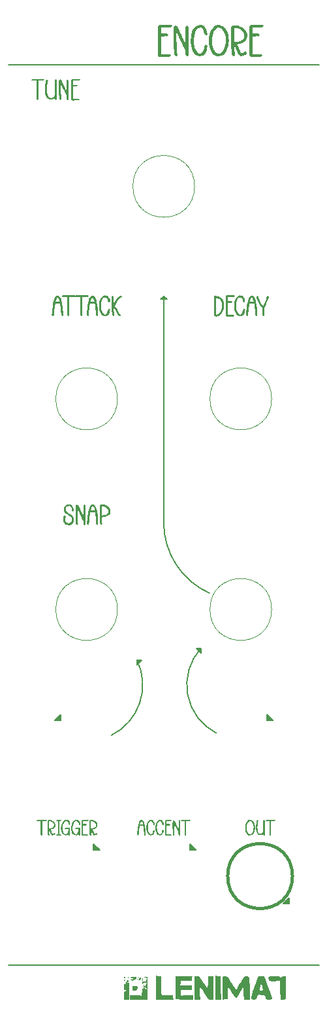
<source format=gto>
G04 #@! TF.GenerationSoftware,KiCad,Pcbnew,8.0.5*
G04 #@! TF.CreationDate,2024-11-24T11:26:00+01:00*
G04 #@! TF.ProjectId,encore-panel,656e636f-7265-42d7-9061-6e656c2e6b69,rev?*
G04 #@! TF.SameCoordinates,Original*
G04 #@! TF.FileFunction,Legend,Top*
G04 #@! TF.FilePolarity,Positive*
%FSLAX46Y46*%
G04 Gerber Fmt 4.6, Leading zero omitted, Abs format (unit mm)*
G04 Created by KiCad (PCBNEW 8.0.5) date 2024-11-24 11:26:00*
%MOMM*%
%LPD*%
G01*
G04 APERTURE LIST*
%ADD10C,0.150000*%
%ADD11C,0.100000*%
%ADD12C,0.000000*%
%ADD13C,0.400000*%
%ADD14C,6.200000*%
%ADD15C,7.200000*%
%ADD16O,7.000000X3.200000*%
%ADD17C,3.200000*%
G04 APERTURE END LIST*
D10*
X70400000Y-77100000D02*
X69600000Y-77100000D01*
X70000000Y-76700000D01*
X70400000Y-77100000D01*
G36*
X70400000Y-77100000D02*
G01*
X69600000Y-77100000D01*
X70000000Y-76700000D01*
X70400000Y-77100000D01*
G37*
X66534315Y-123800000D02*
G75*
G02*
X63214811Y-133527041I-6534315J-3200000D01*
G01*
X75920599Y-115130087D02*
G75*
G02*
X70000000Y-106000000I4079401J9130087D01*
G01*
X74800000Y-122865685D02*
X74234315Y-122300000D01*
X74800000Y-122300000D01*
X74800000Y-122865685D01*
G36*
X74800000Y-122865685D02*
G01*
X74234315Y-122300000D01*
X74800000Y-122300000D01*
X74800000Y-122865685D01*
G37*
X49850000Y-163250000D02*
X90150000Y-163250000D01*
X49850000Y-46750000D02*
X90150000Y-46750000D01*
X76826953Y-133249941D02*
G75*
G02*
X74800001Y-122300000I3173047J6249941D01*
G01*
X66534315Y-124365685D02*
X66534315Y-123800000D01*
X67100000Y-123800000D01*
X66534315Y-124365685D01*
G36*
X66534315Y-124365685D02*
G01*
X66534315Y-123800000D01*
X67100000Y-123800000D01*
X66534315Y-124365685D01*
G37*
X70000000Y-106000000D02*
X70000000Y-76700000D01*
G36*
X81292464Y-144471332D02*
G01*
X81322076Y-144478870D01*
X81459376Y-144538965D01*
X81576872Y-144630992D01*
X81672017Y-144747571D01*
X81707416Y-144805460D01*
X81778139Y-144960054D01*
X81825109Y-145125367D01*
X81850370Y-145297174D01*
X81855969Y-145471249D01*
X81843952Y-145643364D01*
X81816365Y-145809295D01*
X81802314Y-145868515D01*
X81754482Y-146015399D01*
X81687629Y-146154672D01*
X81600664Y-146278905D01*
X81492498Y-146380668D01*
X81362040Y-146452533D01*
X81208200Y-146487069D01*
X81056084Y-146470921D01*
X80899319Y-146397230D01*
X80776699Y-146276812D01*
X80685072Y-146123301D01*
X80631966Y-145985829D01*
X80595063Y-145842885D01*
X80569261Y-145667145D01*
X80564426Y-145600582D01*
X80562584Y-145435249D01*
X80759246Y-145435249D01*
X80760557Y-145582915D01*
X80778088Y-145754340D01*
X80800586Y-145868787D01*
X80844915Y-146011082D01*
X80925877Y-146161953D01*
X81044732Y-146270224D01*
X81208200Y-146308283D01*
X81261968Y-146299497D01*
X81398652Y-146226973D01*
X81501449Y-146102285D01*
X81574271Y-145947400D01*
X81621030Y-145784284D01*
X81645639Y-145634905D01*
X81650843Y-145581874D01*
X81656824Y-145416621D01*
X81645224Y-145247581D01*
X81612015Y-145081767D01*
X81553168Y-144926193D01*
X81464655Y-144787871D01*
X81445100Y-144765478D01*
X81328087Y-144673326D01*
X81177425Y-144633265D01*
X81135561Y-144640621D01*
X81007530Y-144724205D01*
X80915841Y-144845024D01*
X80851913Y-144973686D01*
X80798317Y-145140809D01*
X80771402Y-145286768D01*
X80759246Y-145435249D01*
X80562584Y-145435249D01*
X80562506Y-145428214D01*
X80577014Y-145251869D01*
X80610333Y-145077213D01*
X80664843Y-144909917D01*
X80742927Y-144755649D01*
X80846965Y-144620076D01*
X80869557Y-144597452D01*
X80995329Y-144508033D01*
X81138221Y-144463534D01*
X81292464Y-144471332D01*
G37*
G36*
X82522715Y-146463621D02*
G01*
X82676881Y-146450699D01*
X82821400Y-146388229D01*
X82913992Y-146314877D01*
X82913992Y-146402072D01*
X83040873Y-146486378D01*
X83112561Y-146402072D01*
X83112291Y-146250951D01*
X83111634Y-146099444D01*
X83111096Y-145998339D01*
X83110363Y-145958771D01*
X83109267Y-145783224D01*
X83108325Y-145607737D01*
X83107762Y-145432302D01*
X83107799Y-145256909D01*
X83108660Y-145081551D01*
X83110569Y-144906218D01*
X83113749Y-144730903D01*
X83118423Y-144555596D01*
X82994661Y-144471290D01*
X82920587Y-144555596D01*
X82915702Y-144732340D01*
X82912424Y-144909195D01*
X82910502Y-145086136D01*
X82909687Y-145263137D01*
X82909732Y-145440173D01*
X82910386Y-145617217D01*
X82911400Y-145794244D01*
X82912527Y-145971228D01*
X82831789Y-146116629D01*
X82715606Y-146233728D01*
X82571670Y-146289003D01*
X82407677Y-146248932D01*
X82300045Y-146145636D01*
X82233897Y-146006974D01*
X82196622Y-145858974D01*
X82191522Y-145830544D01*
X82171551Y-145675970D01*
X82162819Y-145519386D01*
X82163791Y-145361532D01*
X82172929Y-145203145D01*
X82188695Y-145044964D01*
X82209554Y-144887728D01*
X82233967Y-144732175D01*
X82260398Y-144579043D01*
X82161784Y-144466364D01*
X82069156Y-144531416D01*
X82044006Y-144677932D01*
X82020865Y-144825504D01*
X82000712Y-144973883D01*
X81984526Y-145122820D01*
X81973286Y-145272066D01*
X81967971Y-145421372D01*
X81969559Y-145570490D01*
X81979030Y-145719169D01*
X82001019Y-145876572D01*
X82040694Y-146032656D01*
X82101896Y-146177947D01*
X82188466Y-146302969D01*
X82304244Y-146398246D01*
X82453071Y-146454303D01*
X82522715Y-146463621D01*
G37*
G36*
X83274494Y-144628136D02*
G01*
X83421842Y-144628107D01*
X83569189Y-144627898D01*
X83703141Y-144627404D01*
X83700529Y-144793728D01*
X83698789Y-144960084D01*
X83697785Y-145126464D01*
X83697383Y-145292861D01*
X83697450Y-145459268D01*
X83697852Y-145625677D01*
X83698454Y-145792081D01*
X83699122Y-145958474D01*
X83699723Y-146124847D01*
X83700122Y-146291193D01*
X83700210Y-146402072D01*
X83826623Y-146486378D01*
X83898046Y-146402072D01*
X83897857Y-146235747D01*
X83897380Y-146069391D01*
X83896753Y-145903011D01*
X83896114Y-145736614D01*
X83895601Y-145570208D01*
X83895351Y-145403798D01*
X83895502Y-145237394D01*
X83896192Y-145071002D01*
X83897557Y-144904629D01*
X83899737Y-144738283D01*
X83901710Y-144627404D01*
X84049328Y-144626927D01*
X84196794Y-144626602D01*
X84344303Y-144626233D01*
X84426344Y-144625938D01*
X84514958Y-144504222D01*
X84426344Y-144447885D01*
X84246367Y-144448029D01*
X84066391Y-144448395D01*
X83886414Y-144448881D01*
X83706438Y-144449388D01*
X83526461Y-144449814D01*
X83346485Y-144450059D01*
X83274494Y-144450083D01*
X83185880Y-144571799D01*
X83274494Y-144628136D01*
G37*
G36*
X53608479Y-144628136D02*
G01*
X53755826Y-144628107D01*
X53903173Y-144627898D01*
X54037125Y-144627404D01*
X54034514Y-144793728D01*
X54032773Y-144960084D01*
X54031769Y-145126464D01*
X54031367Y-145292861D01*
X54031434Y-145459268D01*
X54031836Y-145625677D01*
X54032438Y-145792081D01*
X54033106Y-145958474D01*
X54033707Y-146124847D01*
X54034106Y-146291193D01*
X54034194Y-146402072D01*
X54160607Y-146486378D01*
X54232031Y-146402072D01*
X54231841Y-146235747D01*
X54231364Y-146069391D01*
X54230737Y-145903011D01*
X54230099Y-145736614D01*
X54229585Y-145570208D01*
X54229335Y-145403798D01*
X54229486Y-145237394D01*
X54230176Y-145071002D01*
X54231542Y-144904629D01*
X54233721Y-144738283D01*
X54235694Y-144627404D01*
X54383312Y-144626927D01*
X54530778Y-144626602D01*
X54678287Y-144626233D01*
X54760328Y-144625938D01*
X54848942Y-144504222D01*
X54760328Y-144447885D01*
X54580351Y-144448029D01*
X54400375Y-144448395D01*
X54220399Y-144448881D01*
X54040422Y-144449388D01*
X53860446Y-144449814D01*
X53680469Y-144450059D01*
X53608479Y-144450083D01*
X53519864Y-144571799D01*
X53608479Y-144628136D01*
G37*
G36*
X55220836Y-144483823D02*
G01*
X55374080Y-144509892D01*
X55521415Y-144558081D01*
X55658653Y-144631067D01*
X55700129Y-144660638D01*
X55812125Y-144766118D01*
X55899276Y-144892155D01*
X55953612Y-145032837D01*
X55967163Y-145182252D01*
X55931961Y-145334487D01*
X55872937Y-145442481D01*
X55759279Y-145560685D01*
X55617878Y-145644651D01*
X55458076Y-145699073D01*
X55313538Y-145725764D01*
X55353859Y-145781569D01*
X55423878Y-145917428D01*
X55476936Y-146066482D01*
X55500321Y-146146080D01*
X55568527Y-146282637D01*
X55621284Y-146284103D01*
X55674261Y-146263424D01*
X55798604Y-146182254D01*
X55892163Y-146166235D01*
X55938555Y-146308283D01*
X55827629Y-146385657D01*
X55690036Y-146452498D01*
X55542882Y-146464354D01*
X55423130Y-146401833D01*
X55339183Y-146272379D01*
X55316675Y-146212725D01*
X55271452Y-146067692D01*
X55217795Y-145925224D01*
X55124494Y-145796106D01*
X55132943Y-145947769D01*
X55141530Y-146099364D01*
X55149842Y-146250821D01*
X55157467Y-146402072D01*
X55081090Y-146488085D01*
X54959630Y-146402072D01*
X54953933Y-146288113D01*
X54944474Y-146116957D01*
X54934614Y-145945594D01*
X54925131Y-145774086D01*
X54916803Y-145602495D01*
X54910409Y-145430882D01*
X54906729Y-145259309D01*
X54906687Y-145220678D01*
X55104783Y-145220678D01*
X55107699Y-145390041D01*
X55113503Y-145559434D01*
X55167517Y-145557734D01*
X55338268Y-145538380D01*
X55505308Y-145492171D01*
X55647078Y-145412066D01*
X55742017Y-145291021D01*
X55768562Y-145121995D01*
X55760532Y-145064759D01*
X55697304Y-144917713D01*
X55587090Y-144805791D01*
X55444960Y-144726587D01*
X55285982Y-144677696D01*
X55125227Y-144656713D01*
X55120611Y-144713050D01*
X55110515Y-144882153D01*
X55105480Y-145051372D01*
X55104783Y-145220678D01*
X54906687Y-145220678D01*
X54906541Y-145087837D01*
X54910624Y-144916529D01*
X54919756Y-144745445D01*
X54934717Y-144574647D01*
X55013852Y-144491116D01*
X55065876Y-144477194D01*
X55220836Y-144483823D01*
G37*
G36*
X56641975Y-146520041D02*
G01*
X56730782Y-146400723D01*
X56641975Y-146341256D01*
X56494282Y-146340236D01*
X56466853Y-146340523D01*
X56466459Y-146179987D01*
X56465793Y-146019455D01*
X56465006Y-145858930D01*
X56464251Y-145698417D01*
X56463679Y-145537917D01*
X56463443Y-145377436D01*
X56463694Y-145216976D01*
X56464586Y-145056542D01*
X56466269Y-144896137D01*
X56468897Y-144735764D01*
X56471249Y-144628869D01*
X56620574Y-144629610D01*
X56641975Y-144630334D01*
X56730782Y-144511016D01*
X56641975Y-144451549D01*
X56490506Y-144450438D01*
X56339037Y-144452631D01*
X56187569Y-144453432D01*
X56103419Y-144451549D01*
X56015127Y-144570674D01*
X56103419Y-144630334D01*
X56251522Y-144632037D01*
X56272680Y-144631800D01*
X56269338Y-144792148D01*
X56267041Y-144952528D01*
X56265639Y-145112932D01*
X56264977Y-145273352D01*
X56264905Y-145433783D01*
X56265270Y-145594216D01*
X56265920Y-145754644D01*
X56266703Y-145915059D01*
X56267467Y-146075456D01*
X56268059Y-146235826D01*
X56268283Y-146342721D01*
X56118875Y-146341817D01*
X56103419Y-146341256D01*
X56015127Y-146460381D01*
X56103419Y-146520041D01*
X56254888Y-146521597D01*
X56406357Y-146519500D01*
X56557825Y-146518447D01*
X56641975Y-146520041D01*
G37*
G36*
X57647278Y-146289965D02*
G01*
X57648011Y-146402072D01*
X57774424Y-146486378D01*
X57845848Y-146402072D01*
X57845750Y-146236659D01*
X57845488Y-146071245D01*
X57845108Y-145905832D01*
X57844656Y-145740418D01*
X57844382Y-145645896D01*
X57847313Y-145579951D01*
X57844382Y-145557236D01*
X57844382Y-145553572D01*
X57837055Y-145519134D01*
X57746197Y-145450990D01*
X57597819Y-145449574D01*
X57449442Y-145452021D01*
X57301064Y-145451892D01*
X57271389Y-145450990D01*
X57183096Y-145569601D01*
X57271389Y-145629776D01*
X57423829Y-145631136D01*
X57576134Y-145628823D01*
X57646546Y-145628311D01*
X57646546Y-145643698D01*
X57629637Y-145800958D01*
X57599684Y-145947847D01*
X57551840Y-146089655D01*
X57466230Y-146227402D01*
X57320368Y-146303515D01*
X57240614Y-146296559D01*
X57100274Y-146223058D01*
X57000273Y-146098969D01*
X56934353Y-145950210D01*
X56910153Y-145866448D01*
X56883215Y-145712705D01*
X56874782Y-145555478D01*
X56883797Y-145397805D01*
X56909202Y-145242721D01*
X56930670Y-145156434D01*
X56978332Y-145013357D01*
X57047082Y-144873509D01*
X57140974Y-144752208D01*
X57264061Y-144664773D01*
X57426335Y-144634865D01*
X57562250Y-144710771D01*
X57635505Y-144839785D01*
X57663963Y-144995739D01*
X57661933Y-145063377D01*
X57789624Y-145144585D01*
X57860502Y-145063377D01*
X57853925Y-144890431D01*
X57803251Y-144727415D01*
X57711521Y-144589979D01*
X57581779Y-144493772D01*
X57417068Y-144454443D01*
X57354920Y-144456678D01*
X57206095Y-144493062D01*
X57077459Y-144565063D01*
X56968491Y-144665174D01*
X56878669Y-144785890D01*
X56807472Y-144919706D01*
X56787788Y-144965924D01*
X56728358Y-145150909D01*
X56696811Y-145308111D01*
X56678817Y-145474938D01*
X56676522Y-145645813D01*
X56692075Y-145815157D01*
X56727624Y-145977391D01*
X56785318Y-146126936D01*
X56867304Y-146258215D01*
X56975731Y-146365647D01*
X57112747Y-146443656D01*
X57165143Y-146462156D01*
X57317550Y-146484916D01*
X57462789Y-146451512D01*
X57593438Y-146355799D01*
X57647278Y-146289965D01*
G37*
G36*
X58957397Y-146289965D02*
G01*
X58958130Y-146402072D01*
X59084543Y-146486378D01*
X59155966Y-146402072D01*
X59155869Y-146236659D01*
X59155607Y-146071245D01*
X59155227Y-145905832D01*
X59154774Y-145740418D01*
X59154501Y-145645896D01*
X59157432Y-145579951D01*
X59154501Y-145557236D01*
X59154501Y-145553572D01*
X59147174Y-145519134D01*
X59056315Y-145450990D01*
X58907938Y-145449574D01*
X58759560Y-145452021D01*
X58611183Y-145451892D01*
X58581507Y-145450990D01*
X58493215Y-145569601D01*
X58581507Y-145629776D01*
X58733948Y-145631136D01*
X58886253Y-145628823D01*
X58956664Y-145628311D01*
X58956664Y-145643698D01*
X58939756Y-145800958D01*
X58909803Y-145947847D01*
X58861959Y-146089655D01*
X58776349Y-146227402D01*
X58630487Y-146303515D01*
X58550733Y-146296559D01*
X58410392Y-146223058D01*
X58310392Y-146098969D01*
X58244472Y-145950210D01*
X58220272Y-145866448D01*
X58193333Y-145712705D01*
X58184901Y-145555478D01*
X58193916Y-145397805D01*
X58219320Y-145242721D01*
X58240788Y-145156434D01*
X58288450Y-145013357D01*
X58357201Y-144873509D01*
X58451093Y-144752208D01*
X58574180Y-144664773D01*
X58736453Y-144634865D01*
X58872369Y-144710771D01*
X58945623Y-144839785D01*
X58974082Y-144995739D01*
X58972052Y-145063377D01*
X59099742Y-145144585D01*
X59170621Y-145063377D01*
X59164044Y-144890431D01*
X59113369Y-144727415D01*
X59021640Y-144589979D01*
X58891898Y-144493772D01*
X58727187Y-144454443D01*
X58665038Y-144456678D01*
X58516213Y-144493062D01*
X58387577Y-144565063D01*
X58278609Y-144665174D01*
X58188788Y-144785890D01*
X58117590Y-144919706D01*
X58097906Y-144965924D01*
X58038477Y-145150909D01*
X58006930Y-145308111D01*
X57988935Y-145474938D01*
X57986641Y-145645813D01*
X58002194Y-145815157D01*
X58037743Y-145977391D01*
X58095437Y-146126936D01*
X58177423Y-146258215D01*
X58285850Y-146365647D01*
X58422865Y-146443656D01*
X58475262Y-146462156D01*
X58627669Y-146484916D01*
X58772907Y-146451512D01*
X58903557Y-146355799D01*
X58957397Y-146289965D01*
G37*
G36*
X59357467Y-146424054D02*
G01*
X59450523Y-146534696D01*
X59614952Y-146537501D01*
X59779518Y-146535703D01*
X59944085Y-146533769D01*
X60108513Y-146536161D01*
X60197128Y-146417730D01*
X60108513Y-146358108D01*
X59952099Y-146355431D01*
X59795684Y-146357089D01*
X59639270Y-146359074D01*
X59552373Y-146358841D01*
X59552042Y-146177099D01*
X59551228Y-145995284D01*
X59550199Y-145813428D01*
X59549224Y-145631565D01*
X59548571Y-145449729D01*
X59548509Y-145267954D01*
X59548709Y-145195268D01*
X59699559Y-145193967D01*
X59850410Y-145192280D01*
X59950977Y-145193803D01*
X60039591Y-145074677D01*
X59950977Y-145015017D01*
X59800719Y-145013780D01*
X59650306Y-145016253D01*
X59550174Y-145017215D01*
X59551617Y-144868838D01*
X59554296Y-144720460D01*
X59556769Y-144621542D01*
X59712840Y-144622286D01*
X59868911Y-144622000D01*
X60024982Y-144621851D01*
X60181054Y-144623007D01*
X60269668Y-144502143D01*
X60181054Y-144444221D01*
X60023334Y-144443060D01*
X59865614Y-144443463D01*
X59707894Y-144444050D01*
X59550174Y-144443440D01*
X59460049Y-144442023D01*
X59360398Y-144531416D01*
X59356003Y-144706584D01*
X59352987Y-144881752D01*
X59351142Y-145056920D01*
X59350261Y-145232088D01*
X59350139Y-145407256D01*
X59350569Y-145582424D01*
X59351344Y-145757592D01*
X59352257Y-145932759D01*
X59353104Y-146107927D01*
X59353676Y-146283095D01*
X59353803Y-146399874D01*
X59357467Y-146424054D01*
G37*
G36*
X60663544Y-144483823D02*
G01*
X60816787Y-144509892D01*
X60964123Y-144558081D01*
X61101361Y-144631067D01*
X61142837Y-144660638D01*
X61254833Y-144766118D01*
X61341984Y-144892155D01*
X61396320Y-145032837D01*
X61409871Y-145182252D01*
X61374668Y-145334487D01*
X61315644Y-145442481D01*
X61201986Y-145560685D01*
X61060585Y-145644651D01*
X60900783Y-145699073D01*
X60756246Y-145725764D01*
X60796566Y-145781569D01*
X60866585Y-145917428D01*
X60919644Y-146066482D01*
X60943029Y-146146080D01*
X61011235Y-146282637D01*
X61063992Y-146284103D01*
X61116969Y-146263424D01*
X61241312Y-146182254D01*
X61334871Y-146166235D01*
X61381263Y-146308283D01*
X61270337Y-146385657D01*
X61132744Y-146452498D01*
X60985590Y-146464354D01*
X60865838Y-146401833D01*
X60781891Y-146272379D01*
X60759383Y-146212725D01*
X60714159Y-146067692D01*
X60660503Y-145925224D01*
X60567202Y-145796106D01*
X60575651Y-145947769D01*
X60584237Y-146099364D01*
X60592549Y-146250821D01*
X60600174Y-146402072D01*
X60523798Y-146488085D01*
X60402338Y-146402072D01*
X60396640Y-146288113D01*
X60387182Y-146116957D01*
X60377322Y-145945594D01*
X60367838Y-145774086D01*
X60359510Y-145602495D01*
X60353117Y-145430882D01*
X60349437Y-145259309D01*
X60349394Y-145220678D01*
X60547491Y-145220678D01*
X60550407Y-145390041D01*
X60556211Y-145559434D01*
X60610225Y-145557734D01*
X60780975Y-145538380D01*
X60948016Y-145492171D01*
X61089786Y-145412066D01*
X61184724Y-145291021D01*
X61211270Y-145121995D01*
X61203240Y-145064759D01*
X61140012Y-144917713D01*
X61029798Y-144805791D01*
X60887667Y-144726587D01*
X60728689Y-144677696D01*
X60567934Y-144656713D01*
X60563319Y-144713050D01*
X60553222Y-144882153D01*
X60548188Y-145051372D01*
X60547491Y-145220678D01*
X60349394Y-145220678D01*
X60349248Y-145087837D01*
X60353331Y-144916529D01*
X60362464Y-144745445D01*
X60377425Y-144574647D01*
X60456560Y-144491116D01*
X60508583Y-144477194D01*
X60663544Y-144483823D01*
G37*
G36*
X67187055Y-144470600D02*
G01*
X67293231Y-144535245D01*
X67380598Y-144654323D01*
X67440085Y-144796465D01*
X67484543Y-144951270D01*
X67525636Y-145125250D01*
X67559671Y-145302132D01*
X67587145Y-145481178D01*
X67608557Y-145661650D01*
X67624406Y-145842808D01*
X67635188Y-146023915D01*
X67641401Y-146204233D01*
X67643545Y-146383021D01*
X67572437Y-146467327D01*
X67445709Y-146383021D01*
X67442835Y-146232903D01*
X67435908Y-146082786D01*
X67425822Y-145932943D01*
X67413469Y-145783649D01*
X67405608Y-145697399D01*
X67389410Y-145542147D01*
X67369495Y-145387308D01*
X67344592Y-145233370D01*
X67200336Y-145238385D01*
X67041655Y-145242833D01*
X66882973Y-145248757D01*
X66869955Y-145319603D01*
X66841018Y-145497439D01*
X66816525Y-145676103D01*
X66795588Y-145855344D01*
X66777317Y-146034910D01*
X66760824Y-146214550D01*
X66745220Y-146394012D01*
X66675733Y-146475220D01*
X66547383Y-146394012D01*
X66563098Y-146206558D01*
X66579269Y-146017790D01*
X66597242Y-145828387D01*
X66618366Y-145639027D01*
X66643990Y-145450388D01*
X66675462Y-145263149D01*
X66714129Y-145077987D01*
X66716583Y-145068506D01*
X66919609Y-145068506D01*
X66992494Y-145065891D01*
X67150157Y-145061243D01*
X67307956Y-145056050D01*
X67307223Y-145053852D01*
X67268113Y-144905291D01*
X67214166Y-144762226D01*
X67158479Y-144670635D01*
X67133566Y-144646454D01*
X67125506Y-144639860D01*
X67096930Y-144643524D01*
X67024390Y-144746106D01*
X67006393Y-144784061D01*
X66956243Y-144923917D01*
X66919609Y-145068506D01*
X66716583Y-145068506D01*
X66761340Y-144895582D01*
X66777992Y-144840616D01*
X66832391Y-144698842D01*
X66911983Y-144565930D01*
X67039224Y-144468920D01*
X67187055Y-144470600D01*
G37*
G36*
X68187963Y-146454829D02*
G01*
X68336866Y-146484507D01*
X68483773Y-146458487D01*
X68603420Y-146388150D01*
X68706311Y-146267742D01*
X68772039Y-146123910D01*
X68808778Y-145967850D01*
X68824704Y-145810760D01*
X68703063Y-145726984D01*
X68626867Y-145810760D01*
X68604542Y-145972373D01*
X68555296Y-146132172D01*
X68470511Y-146260153D01*
X68320532Y-146307477D01*
X68272959Y-146295094D01*
X68143809Y-146204215D01*
X68055836Y-146064901D01*
X68005011Y-145925626D01*
X67979868Y-145825415D01*
X67954592Y-145672001D01*
X67943977Y-145515392D01*
X67947745Y-145358073D01*
X67965622Y-145202530D01*
X67982066Y-145115401D01*
X68019817Y-144970277D01*
X68081216Y-144819404D01*
X68175652Y-144696330D01*
X68245848Y-144652316D01*
X68399064Y-144635026D01*
X68525788Y-144722373D01*
X68593253Y-144854608D01*
X68619183Y-145003540D01*
X68617342Y-145064110D01*
X68744839Y-145145318D01*
X68815911Y-145064110D01*
X68810849Y-144900531D01*
X68765215Y-144745588D01*
X68681560Y-144612090D01*
X68562433Y-144512846D01*
X68410384Y-144460666D01*
X68352827Y-144455945D01*
X68207650Y-144476389D01*
X68067912Y-144551115D01*
X67957811Y-144667220D01*
X67874954Y-144810620D01*
X67831124Y-144921960D01*
X67786033Y-145086011D01*
X67758184Y-145255076D01*
X67746739Y-145426748D01*
X67750856Y-145598624D01*
X67769694Y-145768297D01*
X67779100Y-145823949D01*
X67819033Y-145988826D01*
X67872245Y-146128412D01*
X67945824Y-146256942D01*
X68061006Y-146380973D01*
X68187963Y-146454829D01*
G37*
G36*
X69363259Y-146454829D02*
G01*
X69512163Y-146484507D01*
X69659069Y-146458487D01*
X69778716Y-146388150D01*
X69881607Y-146267742D01*
X69947335Y-146123910D01*
X69984075Y-145967850D01*
X70000000Y-145810760D01*
X69878359Y-145726984D01*
X69802164Y-145810760D01*
X69779838Y-145972373D01*
X69730593Y-146132172D01*
X69645808Y-146260153D01*
X69495829Y-146307477D01*
X69448256Y-146295094D01*
X69319106Y-146204215D01*
X69231133Y-146064901D01*
X69180308Y-145925626D01*
X69155164Y-145825415D01*
X69129888Y-145672001D01*
X69119273Y-145515392D01*
X69123042Y-145358073D01*
X69140919Y-145202530D01*
X69157362Y-145115401D01*
X69195114Y-144970277D01*
X69256513Y-144819404D01*
X69350949Y-144696330D01*
X69421145Y-144652316D01*
X69574361Y-144635026D01*
X69701084Y-144722373D01*
X69768550Y-144854608D01*
X69794480Y-145003540D01*
X69792638Y-145064110D01*
X69920136Y-145145318D01*
X69991208Y-145064110D01*
X69986146Y-144900531D01*
X69940512Y-144745588D01*
X69856856Y-144612090D01*
X69737729Y-144512846D01*
X69585681Y-144460666D01*
X69528123Y-144455945D01*
X69382946Y-144476389D01*
X69243209Y-144551115D01*
X69133108Y-144667220D01*
X69050250Y-144810620D01*
X69006420Y-144921960D01*
X68961329Y-145086011D01*
X68933481Y-145255076D01*
X68922035Y-145426748D01*
X68926152Y-145598624D01*
X68944991Y-145768297D01*
X68954397Y-145823949D01*
X68994330Y-145988826D01*
X69047541Y-146128412D01*
X69121121Y-146256942D01*
X69236303Y-146380973D01*
X69363259Y-146454829D01*
G37*
G36*
X70154606Y-146424054D02*
G01*
X70247663Y-146534696D01*
X70412091Y-146537501D01*
X70576658Y-146535703D01*
X70741224Y-146533769D01*
X70905653Y-146536161D01*
X70994267Y-146417730D01*
X70905653Y-146358108D01*
X70749238Y-146355431D01*
X70592823Y-146357089D01*
X70436409Y-146359074D01*
X70349512Y-146358841D01*
X70349181Y-146177099D01*
X70348367Y-145995284D01*
X70347338Y-145813428D01*
X70346363Y-145631565D01*
X70345710Y-145449729D01*
X70345648Y-145267954D01*
X70345848Y-145195268D01*
X70496699Y-145193967D01*
X70647549Y-145192280D01*
X70748116Y-145193803D01*
X70836730Y-145074677D01*
X70748116Y-145015017D01*
X70597858Y-145013780D01*
X70447446Y-145016253D01*
X70347314Y-145017215D01*
X70348756Y-144868838D01*
X70351435Y-144720460D01*
X70353908Y-144621542D01*
X70509979Y-144622286D01*
X70666051Y-144622000D01*
X70822122Y-144621851D01*
X70978193Y-144623007D01*
X71066807Y-144502143D01*
X70978193Y-144444221D01*
X70820473Y-144443060D01*
X70662753Y-144443463D01*
X70505033Y-144444050D01*
X70347314Y-144443440D01*
X70257188Y-144442023D01*
X70157537Y-144531416D01*
X70153143Y-144706584D01*
X70150126Y-144881752D01*
X70148281Y-145056920D01*
X70147400Y-145232088D01*
X70147278Y-145407256D01*
X70147708Y-145582424D01*
X70148483Y-145757592D01*
X70149397Y-145932759D01*
X70150243Y-146107927D01*
X70150815Y-146283095D01*
X70150942Y-146399874D01*
X70154606Y-146424054D01*
G37*
G36*
X71349686Y-144894849D02*
G01*
X71418722Y-145044568D01*
X71487886Y-145194226D01*
X71557170Y-145343833D01*
X71626566Y-145493397D01*
X71696065Y-145642927D01*
X71765659Y-145792430D01*
X71835338Y-145941917D01*
X71905094Y-146091395D01*
X71916947Y-146246660D01*
X71922531Y-146398084D01*
X71922680Y-146418192D01*
X72049561Y-146502498D01*
X72121249Y-146418192D01*
X72121094Y-146245685D01*
X72120704Y-146073147D01*
X72120190Y-145900584D01*
X72119665Y-145728005D01*
X72119242Y-145555416D01*
X72119032Y-145382824D01*
X72119149Y-145210237D01*
X72119704Y-145037663D01*
X72120809Y-144865108D01*
X72122578Y-144692579D01*
X72124180Y-144577578D01*
X71998890Y-144493272D01*
X71925611Y-144577578D01*
X71923520Y-144747937D01*
X71922023Y-144918297D01*
X71921070Y-145088656D01*
X71920609Y-145259016D01*
X71920591Y-145429375D01*
X71920966Y-145599734D01*
X71921215Y-145667878D01*
X71855854Y-145527435D01*
X71790571Y-145386922D01*
X71725374Y-145246342D01*
X71660272Y-145105692D01*
X71595272Y-144964974D01*
X71530384Y-144824187D01*
X71465616Y-144683331D01*
X71400977Y-144542407D01*
X71264279Y-144488960D01*
X71259561Y-144490383D01*
X71174564Y-144574647D01*
X71159603Y-144745445D01*
X71150470Y-144916529D01*
X71146388Y-145087837D01*
X71146576Y-145259309D01*
X71150256Y-145430882D01*
X71156650Y-145602495D01*
X71164978Y-145774086D01*
X71174461Y-145945594D01*
X71184321Y-146116957D01*
X71193779Y-146288113D01*
X71199477Y-146402072D01*
X71320937Y-146488085D01*
X71397314Y-146402072D01*
X71387694Y-146214000D01*
X71377095Y-146025713D01*
X71366530Y-145837271D01*
X71357014Y-145648736D01*
X71349557Y-145460165D01*
X71345175Y-145271621D01*
X71344881Y-145083162D01*
X71349686Y-144894849D01*
G37*
G36*
X72280984Y-144628136D02*
G01*
X72428331Y-144628107D01*
X72575678Y-144627898D01*
X72709630Y-144627404D01*
X72707019Y-144793728D01*
X72705279Y-144960084D01*
X72704275Y-145126464D01*
X72703873Y-145292861D01*
X72703940Y-145459268D01*
X72704342Y-145625677D01*
X72704944Y-145792081D01*
X72705612Y-145958474D01*
X72706213Y-146124847D01*
X72706612Y-146291193D01*
X72706700Y-146402072D01*
X72833113Y-146486378D01*
X72904536Y-146402072D01*
X72904347Y-146235747D01*
X72903870Y-146069391D01*
X72903243Y-145903011D01*
X72902604Y-145736614D01*
X72902091Y-145570208D01*
X72901841Y-145403798D01*
X72901992Y-145237394D01*
X72902681Y-145071002D01*
X72904047Y-144904629D01*
X72906227Y-144738283D01*
X72908200Y-144627404D01*
X73055818Y-144626927D01*
X73203284Y-144626602D01*
X73350793Y-144626233D01*
X73432833Y-144625938D01*
X73521448Y-144504222D01*
X73432833Y-144447885D01*
X73252857Y-144448029D01*
X73072881Y-144448395D01*
X72892904Y-144448881D01*
X72712928Y-144449388D01*
X72532951Y-144449814D01*
X72352975Y-144450059D01*
X72280984Y-144450083D01*
X72192370Y-144571799D01*
X72280984Y-144628136D01*
G37*
G36*
X76767600Y-76669940D02*
G01*
X76979512Y-76704362D01*
X77180652Y-76772944D01*
X77364698Y-76878324D01*
X77525331Y-77023140D01*
X77679726Y-77252611D01*
X77780063Y-77521759D01*
X77817629Y-77715935D01*
X77832228Y-77916797D01*
X77824285Y-78119966D01*
X77794222Y-78321062D01*
X77742463Y-78515708D01*
X77669433Y-78699522D01*
X77520929Y-78945358D01*
X77326945Y-79142191D01*
X77088912Y-79275242D01*
X76808259Y-79329732D01*
X76598186Y-79315115D01*
X76506350Y-79233049D01*
X76501465Y-79199832D01*
X76501274Y-79048879D01*
X76500412Y-78822413D01*
X76499130Y-78595911D01*
X76497732Y-78369384D01*
X76496522Y-78142840D01*
X76495804Y-77916290D01*
X76495822Y-77865106D01*
X76760295Y-77865106D01*
X76760674Y-78069812D01*
X76761521Y-78274518D01*
X76762619Y-78479224D01*
X76763751Y-78683930D01*
X76764700Y-78888636D01*
X76765248Y-79093342D01*
X76878855Y-79082800D01*
X77073957Y-79008687D01*
X77230286Y-78886224D01*
X77283334Y-78827896D01*
X77396225Y-78664384D01*
X77481326Y-78481020D01*
X77539128Y-78284579D01*
X77570124Y-78081836D01*
X77574805Y-77879568D01*
X77553664Y-77684549D01*
X77536750Y-77605234D01*
X77457630Y-77388329D01*
X77338377Y-77206199D01*
X77182119Y-77062980D01*
X76991986Y-76962806D01*
X76771110Y-76909811D01*
X76767813Y-77046282D01*
X76764144Y-77250988D01*
X76761813Y-77455694D01*
X76760603Y-77660400D01*
X76760295Y-77865106D01*
X76495822Y-77865106D01*
X76495884Y-77689743D01*
X76497065Y-77463210D01*
X76499651Y-77236698D01*
X76503948Y-77010219D01*
X76510258Y-76783782D01*
X76560084Y-76691946D01*
X76644103Y-76664591D01*
X76767600Y-76669940D01*
G37*
G36*
X78025541Y-79232072D02*
G01*
X78149616Y-79379595D01*
X78368855Y-79383335D01*
X78588276Y-79380938D01*
X78807698Y-79378358D01*
X79026936Y-79381549D01*
X79145089Y-79223640D01*
X79026936Y-79144145D01*
X78818384Y-79140574D01*
X78609831Y-79142786D01*
X78401278Y-79145432D01*
X78285415Y-79145122D01*
X78284974Y-78902799D01*
X78283889Y-78660378D01*
X78282517Y-78417904D01*
X78281217Y-78175420D01*
X78280347Y-77932973D01*
X78280263Y-77690605D01*
X78280530Y-77593691D01*
X78481664Y-77591957D01*
X78682798Y-77589707D01*
X78816888Y-77591737D01*
X78935040Y-77432903D01*
X78816888Y-77353356D01*
X78616544Y-77351707D01*
X78415993Y-77355005D01*
X78282484Y-77356287D01*
X78284408Y-77158450D01*
X78287980Y-76960614D01*
X78291277Y-76828722D01*
X78499372Y-76829715D01*
X78707467Y-76829333D01*
X78915562Y-76829135D01*
X79123657Y-76830676D01*
X79241809Y-76669524D01*
X79123657Y-76592295D01*
X78913364Y-76590746D01*
X78703070Y-76591284D01*
X78492777Y-76592066D01*
X78282484Y-76591254D01*
X78162317Y-76589364D01*
X78029449Y-76708555D01*
X78023590Y-76942112D01*
X78019568Y-77175669D01*
X78017107Y-77409227D01*
X78015933Y-77642784D01*
X78015770Y-77876341D01*
X78016343Y-78109898D01*
X78017377Y-78343456D01*
X78018595Y-78577013D01*
X78019723Y-78810570D01*
X78020486Y-79044127D01*
X78020656Y-79199832D01*
X78025541Y-79232072D01*
G37*
G36*
X79717655Y-79273105D02*
G01*
X79916193Y-79312677D01*
X80112069Y-79277982D01*
X80271598Y-79184200D01*
X80408786Y-79023657D01*
X80496424Y-78831880D01*
X80545409Y-78623801D01*
X80566643Y-78414347D01*
X80404455Y-78302646D01*
X80302861Y-78414347D01*
X80273094Y-78629830D01*
X80207434Y-78842897D01*
X80094387Y-79013538D01*
X79894415Y-79076636D01*
X79830984Y-79060125D01*
X79658784Y-78938954D01*
X79541487Y-78753201D01*
X79473720Y-78567501D01*
X79440195Y-78433886D01*
X79406494Y-78229335D01*
X79392340Y-78020523D01*
X79397366Y-77810765D01*
X79421202Y-77603373D01*
X79443126Y-77487201D01*
X79493461Y-77293703D01*
X79575327Y-77092539D01*
X79701241Y-76928440D01*
X79794836Y-76869755D01*
X79999124Y-76846701D01*
X80168089Y-76963165D01*
X80258043Y-77139477D01*
X80292616Y-77338054D01*
X80290160Y-77418813D01*
X80460157Y-77527091D01*
X80554920Y-77418813D01*
X80548171Y-77200708D01*
X80487325Y-76994117D01*
X80375785Y-76816120D01*
X80216949Y-76683795D01*
X80014218Y-76614221D01*
X79937474Y-76607927D01*
X79743905Y-76635185D01*
X79557588Y-76734821D01*
X79410787Y-76889627D01*
X79300310Y-77080827D01*
X79241870Y-77229281D01*
X79181748Y-77448015D01*
X79144618Y-77673434D01*
X79129357Y-77902331D01*
X79134846Y-78131499D01*
X79159964Y-78357729D01*
X79172505Y-78431933D01*
X79225749Y-78651768D01*
X79296698Y-78837882D01*
X79394804Y-79009256D01*
X79548380Y-79174631D01*
X79717655Y-79273105D01*
G37*
G36*
X81532868Y-76627466D02*
G01*
X81674436Y-76713660D01*
X81790925Y-76872430D01*
X81870241Y-77061953D01*
X81929518Y-77268360D01*
X81984309Y-77500333D01*
X82029689Y-77736176D01*
X82066321Y-77974905D01*
X82094871Y-78215533D01*
X82116002Y-78457078D01*
X82130378Y-78698554D01*
X82138663Y-78938977D01*
X82141521Y-79177362D01*
X82046710Y-79289770D01*
X81877739Y-79177362D01*
X81873907Y-78977205D01*
X81864672Y-78777048D01*
X81851223Y-78577257D01*
X81834752Y-78378199D01*
X81824271Y-78263199D01*
X81802674Y-78056196D01*
X81776121Y-77849744D01*
X81742917Y-77644494D01*
X81550576Y-77651180D01*
X81339000Y-77657110D01*
X81127425Y-77665010D01*
X81110067Y-77759471D01*
X81071485Y-77996585D01*
X81038828Y-78234804D01*
X81010911Y-78473792D01*
X80986550Y-78713213D01*
X80964560Y-78952733D01*
X80943754Y-79192016D01*
X80851104Y-79300294D01*
X80679972Y-79192016D01*
X80700925Y-78942078D01*
X80722486Y-78690387D01*
X80746450Y-78437850D01*
X80774616Y-78185369D01*
X80808782Y-77933851D01*
X80850744Y-77684198D01*
X80902300Y-77437316D01*
X80905572Y-77424675D01*
X81176274Y-77424675D01*
X81273453Y-77421189D01*
X81483670Y-77414990D01*
X81694068Y-77408066D01*
X81693091Y-77405136D01*
X81640946Y-77207055D01*
X81569016Y-77016301D01*
X81494766Y-76894180D01*
X81461549Y-76861939D01*
X81450802Y-76853147D01*
X81412701Y-76858032D01*
X81315980Y-76994808D01*
X81291985Y-77045415D01*
X81225118Y-77231890D01*
X81176274Y-77424675D01*
X80905572Y-77424675D01*
X80965248Y-77194110D01*
X80987450Y-77120822D01*
X81059982Y-76931790D01*
X81166105Y-76754573D01*
X81335759Y-76625227D01*
X81532868Y-76627466D01*
G37*
G36*
X83027634Y-79202763D02*
G01*
X83027514Y-78995034D01*
X83027237Y-78787306D01*
X83026924Y-78579577D01*
X83026699Y-78371849D01*
X83026657Y-78253147D01*
X83129333Y-78085826D01*
X83132170Y-78080223D01*
X83220022Y-77902681D01*
X83303641Y-77723024D01*
X83341242Y-77639609D01*
X83425372Y-77453723D01*
X83507863Y-77262333D01*
X83580063Y-77066665D01*
X83633320Y-76867946D01*
X83651919Y-76753496D01*
X83484651Y-76645905D01*
X83388137Y-76753496D01*
X83346295Y-76946570D01*
X83276884Y-77143307D01*
X83193735Y-77337114D01*
X83110677Y-77521395D01*
X83027586Y-77705680D01*
X82940028Y-77887992D01*
X82927983Y-77912184D01*
X82901605Y-77963963D01*
X82780216Y-77799588D01*
X82666155Y-77630816D01*
X82559871Y-77466317D01*
X82453175Y-77280535D01*
X82368095Y-77083042D01*
X82326659Y-76883410D01*
X82331054Y-76772058D01*
X82196683Y-76621819D01*
X82076064Y-76708555D01*
X82074056Y-76933232D01*
X82125317Y-77153570D01*
X82199512Y-77336326D01*
X82290992Y-77511122D01*
X82389672Y-77675757D01*
X82498003Y-77842644D01*
X82613812Y-78005418D01*
X82736562Y-78162824D01*
X82761898Y-78193551D01*
X82762409Y-78414223D01*
X82762701Y-78635051D01*
X82762835Y-78855915D01*
X82762873Y-79076692D01*
X82762875Y-79202763D01*
X82932050Y-79315171D01*
X83027634Y-79202763D01*
G37*
G36*
X56343196Y-76627466D02*
G01*
X56484764Y-76713660D01*
X56601253Y-76872430D01*
X56680569Y-77061953D01*
X56739846Y-77268360D01*
X56794637Y-77500333D01*
X56840017Y-77736176D01*
X56876649Y-77974905D01*
X56905199Y-78215533D01*
X56926330Y-78457078D01*
X56940706Y-78698554D01*
X56948991Y-78938977D01*
X56951849Y-79177362D01*
X56857038Y-79289770D01*
X56688067Y-79177362D01*
X56684235Y-78977205D01*
X56675000Y-78777048D01*
X56661551Y-78577257D01*
X56645080Y-78378199D01*
X56634599Y-78263199D01*
X56613002Y-78056196D01*
X56586449Y-77849744D01*
X56553245Y-77644494D01*
X56360904Y-77651180D01*
X56149328Y-77657110D01*
X55937753Y-77665010D01*
X55920395Y-77759471D01*
X55881813Y-77996585D01*
X55849156Y-78234804D01*
X55821239Y-78473792D01*
X55796878Y-78713213D01*
X55774888Y-78952733D01*
X55754082Y-79192016D01*
X55661432Y-79300294D01*
X55490300Y-79192016D01*
X55511253Y-78942078D01*
X55532814Y-78690387D01*
X55556778Y-78437850D01*
X55584944Y-78185369D01*
X55619109Y-77933851D01*
X55661072Y-77684198D01*
X55712628Y-77437316D01*
X55715900Y-77424675D01*
X55986601Y-77424675D01*
X56083781Y-77421189D01*
X56293998Y-77414990D01*
X56504396Y-77408066D01*
X56503419Y-77405136D01*
X56451273Y-77207055D01*
X56379344Y-77016301D01*
X56305094Y-76894180D01*
X56271877Y-76861939D01*
X56261130Y-76853147D01*
X56223029Y-76858032D01*
X56126308Y-76994808D01*
X56102313Y-77045415D01*
X56035446Y-77231890D01*
X55986601Y-77424675D01*
X55715900Y-77424675D01*
X55775576Y-77194110D01*
X55797778Y-77120822D01*
X55870310Y-76931790D01*
X55976433Y-76754573D01*
X56146087Y-76625227D01*
X56343196Y-76627466D01*
G37*
G36*
X56898116Y-76837515D02*
G01*
X57094579Y-76837476D01*
X57291041Y-76837198D01*
X57469644Y-76836538D01*
X57466162Y-77058304D01*
X57463842Y-77280112D01*
X57462503Y-77501953D01*
X57461968Y-77723815D01*
X57462057Y-77945691D01*
X57462592Y-78167570D01*
X57463395Y-78389442D01*
X57464286Y-78611298D01*
X57465087Y-78833129D01*
X57465619Y-79054924D01*
X57465736Y-79202763D01*
X57634287Y-79315171D01*
X57729518Y-79202763D01*
X57729266Y-78980997D01*
X57728630Y-78759189D01*
X57727794Y-78537349D01*
X57726942Y-78315486D01*
X57726258Y-78093610D01*
X57725925Y-77871731D01*
X57726126Y-77649859D01*
X57727045Y-77428003D01*
X57728866Y-77206172D01*
X57731772Y-76984377D01*
X57734403Y-76836538D01*
X57931227Y-76835902D01*
X58127848Y-76835469D01*
X58324528Y-76834978D01*
X58433915Y-76834584D01*
X58552067Y-76672296D01*
X58433915Y-76597180D01*
X58193946Y-76597373D01*
X57953978Y-76597860D01*
X57714009Y-76598508D01*
X57474040Y-76599184D01*
X57234072Y-76599752D01*
X56994103Y-76600078D01*
X56898116Y-76600111D01*
X56779963Y-76762399D01*
X56898116Y-76837515D01*
G37*
G36*
X58586322Y-76837515D02*
G01*
X58782785Y-76837476D01*
X58979248Y-76837198D01*
X59157851Y-76836538D01*
X59154369Y-77058304D01*
X59152048Y-77280112D01*
X59150709Y-77501953D01*
X59150174Y-77723815D01*
X59150263Y-77945691D01*
X59150799Y-78167570D01*
X59151601Y-78389442D01*
X59152493Y-78611298D01*
X59153294Y-78833129D01*
X59153826Y-79054924D01*
X59153943Y-79202763D01*
X59322494Y-79315171D01*
X59417725Y-79202763D01*
X59417472Y-78980997D01*
X59416836Y-78759189D01*
X59416001Y-78537349D01*
X59415149Y-78315486D01*
X59414465Y-78093610D01*
X59414131Y-77871731D01*
X59414333Y-77649859D01*
X59415252Y-77428003D01*
X59417073Y-77206172D01*
X59419979Y-76984377D01*
X59422610Y-76836538D01*
X59619434Y-76835902D01*
X59816055Y-76835469D01*
X60012734Y-76834978D01*
X60122121Y-76834584D01*
X60240274Y-76672296D01*
X60122121Y-76597180D01*
X59882153Y-76597373D01*
X59642184Y-76597860D01*
X59402216Y-76598508D01*
X59162247Y-76599184D01*
X58922278Y-76599752D01*
X58682310Y-76600078D01*
X58586322Y-76600111D01*
X58468170Y-76762399D01*
X58586322Y-76837515D01*
G37*
G36*
X60864620Y-76627466D02*
G01*
X61006187Y-76713660D01*
X61122677Y-76872430D01*
X61201992Y-77061953D01*
X61261270Y-77268360D01*
X61316061Y-77500333D01*
X61361440Y-77736176D01*
X61398073Y-77974905D01*
X61426622Y-78215533D01*
X61447753Y-78457078D01*
X61462129Y-78698554D01*
X61470414Y-78938977D01*
X61473273Y-79177362D01*
X61378461Y-79289770D01*
X61209491Y-79177362D01*
X61205659Y-78977205D01*
X61196424Y-78777048D01*
X61182975Y-78577257D01*
X61166504Y-78378199D01*
X61156023Y-78263199D01*
X61134425Y-78056196D01*
X61107872Y-77849744D01*
X61074668Y-77644494D01*
X60882327Y-77651180D01*
X60670752Y-77657110D01*
X60459176Y-77665010D01*
X60441819Y-77759471D01*
X60403236Y-77996585D01*
X60370579Y-78234804D01*
X60342663Y-78473792D01*
X60318302Y-78713213D01*
X60296311Y-78952733D01*
X60275506Y-79192016D01*
X60182856Y-79300294D01*
X60011724Y-79192016D01*
X60032677Y-78942078D01*
X60054237Y-78690387D01*
X60078202Y-78437850D01*
X60106368Y-78185369D01*
X60140533Y-77933851D01*
X60182495Y-77684198D01*
X60234051Y-77437316D01*
X60237323Y-77424675D01*
X60508025Y-77424675D01*
X60605205Y-77421189D01*
X60815422Y-77414990D01*
X61025820Y-77408066D01*
X61024843Y-77405136D01*
X60972697Y-77207055D01*
X60900768Y-77016301D01*
X60826518Y-76894180D01*
X60793301Y-76861939D01*
X60782554Y-76853147D01*
X60744452Y-76858032D01*
X60647732Y-76994808D01*
X60623737Y-77045415D01*
X60556870Y-77231890D01*
X60508025Y-77424675D01*
X60237323Y-77424675D01*
X60296999Y-77194110D01*
X60319201Y-77120822D01*
X60391734Y-76931790D01*
X60497856Y-76754573D01*
X60667511Y-76625227D01*
X60864620Y-76627466D01*
G37*
G36*
X62199163Y-79273105D02*
G01*
X62397700Y-79312677D01*
X62593576Y-79277982D01*
X62753105Y-79184200D01*
X62890293Y-79023657D01*
X62977931Y-78831880D01*
X63026917Y-78623801D01*
X63048151Y-78414347D01*
X62885963Y-78302646D01*
X62784368Y-78414347D01*
X62754601Y-78629830D01*
X62688941Y-78842897D01*
X62575894Y-79013538D01*
X62375922Y-79076636D01*
X62312491Y-79060125D01*
X62140291Y-78938954D01*
X62022994Y-78753201D01*
X61955227Y-78567501D01*
X61921703Y-78433886D01*
X61888002Y-78229335D01*
X61873848Y-78020523D01*
X61878873Y-77810765D01*
X61902709Y-77603373D01*
X61924634Y-77487201D01*
X61974969Y-77293703D01*
X62056834Y-77092539D01*
X62182749Y-76928440D01*
X62276343Y-76869755D01*
X62480631Y-76846701D01*
X62649596Y-76963165D01*
X62739550Y-77139477D01*
X62774123Y-77338054D01*
X62771668Y-77418813D01*
X62941665Y-77527091D01*
X63036427Y-77418813D01*
X63029678Y-77200708D01*
X62968833Y-76994117D01*
X62857292Y-76816120D01*
X62698456Y-76683795D01*
X62495725Y-76614221D01*
X62418981Y-76607927D01*
X62225412Y-76635185D01*
X62039096Y-76734821D01*
X61892294Y-76889627D01*
X61781817Y-77080827D01*
X61723377Y-77229281D01*
X61663256Y-77448015D01*
X61626125Y-77673434D01*
X61610864Y-77902331D01*
X61616353Y-78131499D01*
X61641471Y-78357729D01*
X61654013Y-78431933D01*
X61707256Y-78651768D01*
X61778205Y-78837882D01*
X61876312Y-79009256D01*
X62029887Y-79174631D01*
X62199163Y-79273105D01*
G37*
G36*
X63576692Y-79202763D02*
G01*
X63562901Y-78989004D01*
X63547786Y-78774807D01*
X63532268Y-78560294D01*
X63517267Y-78345589D01*
X63509281Y-78222861D01*
X63627495Y-78346936D01*
X63732885Y-78516685D01*
X63825820Y-78693761D01*
X63913199Y-78875766D01*
X64011099Y-79061395D01*
X64132819Y-79226910D01*
X64215631Y-79301437D01*
X64413600Y-79280430D01*
X64402233Y-79132421D01*
X64266961Y-78977848D01*
X64188276Y-78837376D01*
X64092900Y-78651507D01*
X63998168Y-78465316D01*
X63985066Y-78440725D01*
X63880243Y-78261477D01*
X63756578Y-78106786D01*
X63670481Y-78035282D01*
X63766659Y-77864654D01*
X63843334Y-77682922D01*
X63905932Y-77533119D01*
X63997217Y-77341770D01*
X64100033Y-77161927D01*
X64228374Y-77004760D01*
X64411343Y-76894861D01*
X64463782Y-76884410D01*
X64586580Y-76729457D01*
X64463782Y-76647006D01*
X64252429Y-76706302D01*
X64076472Y-76820681D01*
X63930633Y-76975661D01*
X63809635Y-77156764D01*
X63749616Y-77266406D01*
X63661368Y-77448159D01*
X63577655Y-77631998D01*
X63538590Y-77716789D01*
X63490719Y-77818394D01*
X63486767Y-77620577D01*
X63487542Y-77422876D01*
X63493855Y-77225406D01*
X63506518Y-77028284D01*
X63526343Y-76831626D01*
X63534682Y-76766196D01*
X63368788Y-76658605D01*
X63270900Y-76766196D01*
X63245496Y-76993724D01*
X63229953Y-77221760D01*
X63222952Y-77450191D01*
X63223175Y-77678907D01*
X63229304Y-77907797D01*
X63240020Y-78136750D01*
X63254005Y-78365655D01*
X63269938Y-78594400D01*
X63286503Y-78822875D01*
X63302381Y-79050968D01*
X63311933Y-79202763D01*
X63476217Y-79317131D01*
X63576692Y-79202763D01*
G37*
G36*
X69275018Y-45548108D02*
G01*
X69461131Y-45769392D01*
X69789988Y-45775002D01*
X70119121Y-45771407D01*
X70448253Y-45767538D01*
X70777111Y-45772323D01*
X70954340Y-45535460D01*
X70777111Y-45416217D01*
X70464282Y-45410862D01*
X70151453Y-45414179D01*
X69838623Y-45418148D01*
X69664829Y-45417683D01*
X69664167Y-45054199D01*
X69662539Y-44690568D01*
X69660482Y-44326856D01*
X69658532Y-43963131D01*
X69657227Y-43599459D01*
X69657101Y-43235908D01*
X69657502Y-43090537D01*
X69959203Y-43087935D01*
X70260904Y-43084561D01*
X70462038Y-43087606D01*
X70639267Y-42849355D01*
X70462038Y-42730034D01*
X70161522Y-42727561D01*
X69860697Y-42732507D01*
X69660433Y-42734431D01*
X69663318Y-42437676D01*
X69668676Y-42140921D01*
X69673622Y-41943084D01*
X69985764Y-41944572D01*
X70297907Y-41944000D01*
X70610049Y-41943702D01*
X70922191Y-41946015D01*
X71099420Y-41704286D01*
X70922191Y-41588443D01*
X70606752Y-41586120D01*
X70291312Y-41586926D01*
X69975873Y-41588100D01*
X69660433Y-41586881D01*
X69480182Y-41584047D01*
X69280880Y-41762833D01*
X69272091Y-42113169D01*
X69266058Y-42463504D01*
X69262367Y-42813840D01*
X69260606Y-43164176D01*
X69260362Y-43514512D01*
X69261221Y-43864848D01*
X69262771Y-44215184D01*
X69264599Y-44565519D01*
X69266292Y-44915855D01*
X69267436Y-45266191D01*
X69267690Y-45499748D01*
X69275018Y-45548108D01*
G37*
G36*
X71665178Y-42489699D02*
G01*
X71803249Y-42789136D01*
X71941577Y-43088453D01*
X72080146Y-43387667D01*
X72218938Y-43686795D01*
X72357936Y-43985854D01*
X72497123Y-44284861D01*
X72636481Y-44583835D01*
X72775995Y-44882791D01*
X72799700Y-45193321D01*
X72810867Y-45496168D01*
X72811166Y-45536385D01*
X73064928Y-45704997D01*
X73208305Y-45536385D01*
X73207994Y-45191371D01*
X73207213Y-44846294D01*
X73206185Y-44501169D01*
X73205136Y-44156010D01*
X73204290Y-43810832D01*
X73203871Y-43465649D01*
X73204104Y-43120475D01*
X73205213Y-42775326D01*
X73207424Y-42430216D01*
X73210961Y-42085158D01*
X73214166Y-41855157D01*
X72963585Y-41686545D01*
X72817027Y-41855157D01*
X72812846Y-42195875D01*
X72809852Y-42536594D01*
X72807945Y-42877313D01*
X72807024Y-43218032D01*
X72806988Y-43558750D01*
X72807738Y-43899469D01*
X72808235Y-44035757D01*
X72677514Y-43754870D01*
X72546948Y-43473845D01*
X72416554Y-43192684D01*
X72286349Y-42911385D01*
X72156350Y-42629948D01*
X72026574Y-42348374D01*
X71897038Y-42066663D01*
X71767760Y-41784815D01*
X71494364Y-41677921D01*
X71484927Y-41680767D01*
X71314934Y-41849295D01*
X71285012Y-42190890D01*
X71266747Y-42533058D01*
X71258581Y-42875675D01*
X71258957Y-43218618D01*
X71266318Y-43561764D01*
X71279105Y-43904990D01*
X71295761Y-44248172D01*
X71314728Y-44591188D01*
X71334448Y-44933914D01*
X71353365Y-45276226D01*
X71364759Y-45504145D01*
X71607679Y-45676170D01*
X71760433Y-45504145D01*
X71741193Y-45128000D01*
X71719995Y-44751426D01*
X71698867Y-44374543D01*
X71679833Y-43997472D01*
X71664921Y-43620331D01*
X71656156Y-43243242D01*
X71655567Y-42866325D01*
X71665178Y-42489699D01*
G37*
G36*
X74398256Y-45609658D02*
G01*
X74696062Y-45669015D01*
X74989876Y-45616974D01*
X75229170Y-45476301D01*
X75434952Y-45235485D01*
X75566408Y-44947821D01*
X75639887Y-44635701D01*
X75671738Y-44321521D01*
X75428456Y-44153969D01*
X75276064Y-44321521D01*
X75231414Y-44644746D01*
X75132923Y-44964345D01*
X74963353Y-45220307D01*
X74663395Y-45314955D01*
X74568249Y-45290188D01*
X74309949Y-45108431D01*
X74134003Y-44829802D01*
X74032353Y-44551252D01*
X73982066Y-44350830D01*
X73931514Y-44044002D01*
X73910283Y-43730785D01*
X73917821Y-43416147D01*
X73953575Y-43105060D01*
X73986462Y-42930802D01*
X74061965Y-42640554D01*
X74184763Y-42338809D01*
X74373635Y-42092661D01*
X74514027Y-42004633D01*
X74820459Y-41970052D01*
X75073906Y-42144747D01*
X75208837Y-42409216D01*
X75260697Y-42707081D01*
X75257014Y-42828220D01*
X75512009Y-42990637D01*
X75654152Y-42828220D01*
X75644029Y-42501062D01*
X75552761Y-42191176D01*
X75385450Y-41924180D01*
X75147196Y-41725693D01*
X74843099Y-41621332D01*
X74727983Y-41611891D01*
X74437630Y-41652778D01*
X74158155Y-41802231D01*
X73937953Y-42034440D01*
X73772238Y-42321241D01*
X73684578Y-42543921D01*
X73594396Y-42872023D01*
X73538699Y-43210152D01*
X73515808Y-43553497D01*
X73524042Y-43897248D01*
X73561719Y-44236594D01*
X73580531Y-44347899D01*
X73660396Y-44677652D01*
X73766820Y-44956824D01*
X73913979Y-45213884D01*
X74144343Y-45461947D01*
X74398256Y-45609658D01*
G37*
G36*
X77318912Y-41642665D02*
G01*
X77378136Y-41657741D01*
X77652735Y-41777931D01*
X77887729Y-41961984D01*
X78078018Y-42195143D01*
X78148816Y-42310921D01*
X78290263Y-42620108D01*
X78384202Y-42950735D01*
X78434724Y-43294349D01*
X78445922Y-43642498D01*
X78421888Y-43986729D01*
X78366713Y-44318590D01*
X78338612Y-44437030D01*
X78242949Y-44730798D01*
X78109242Y-45009344D01*
X77935313Y-45257810D01*
X77718980Y-45461337D01*
X77458064Y-45605066D01*
X77150384Y-45674138D01*
X76846153Y-45641843D01*
X76532623Y-45494461D01*
X76287383Y-45253624D01*
X76104128Y-44946603D01*
X75997916Y-44671659D01*
X75924110Y-44385771D01*
X75872505Y-44034291D01*
X75862836Y-43901164D01*
X75859153Y-43570499D01*
X76252476Y-43570499D01*
X76255098Y-43865831D01*
X76290161Y-44208681D01*
X76335155Y-44437574D01*
X76423813Y-44722164D01*
X76585737Y-45023907D01*
X76823448Y-45240449D01*
X77150384Y-45316566D01*
X77257920Y-45298994D01*
X77531288Y-45153946D01*
X77736882Y-44904570D01*
X77882526Y-44594800D01*
X77976044Y-44268569D01*
X78025262Y-43969811D01*
X78035671Y-43863749D01*
X78047633Y-43533242D01*
X78024433Y-43195162D01*
X77958014Y-42863534D01*
X77840320Y-42552386D01*
X77663294Y-42275743D01*
X77624185Y-42230957D01*
X77390158Y-42046653D01*
X77088835Y-41966531D01*
X77005106Y-41981243D01*
X76749045Y-42148410D01*
X76565667Y-42390048D01*
X76437810Y-42647373D01*
X76330617Y-42981618D01*
X76276788Y-43273536D01*
X76252476Y-43570499D01*
X75859153Y-43570499D01*
X75858996Y-43556429D01*
X75888013Y-43203738D01*
X75954650Y-42854427D01*
X76063671Y-42519835D01*
X76219838Y-42211298D01*
X76427914Y-41940153D01*
X76473099Y-41894904D01*
X76724643Y-41716067D01*
X77010427Y-41627068D01*
X77318912Y-41642665D01*
G37*
G36*
X79349280Y-41667647D02*
G01*
X79655766Y-41719785D01*
X79950437Y-41816162D01*
X80224913Y-41962135D01*
X80307865Y-42021276D01*
X80531858Y-42232237D01*
X80706159Y-42484311D01*
X80814831Y-42765675D01*
X80841934Y-43064504D01*
X80771529Y-43368974D01*
X80653480Y-43584962D01*
X80426164Y-43821371D01*
X80143362Y-43989303D01*
X79823758Y-44098147D01*
X79534683Y-44151528D01*
X79615324Y-44263139D01*
X79755362Y-44534856D01*
X79861480Y-44832965D01*
X79908250Y-44992161D01*
X80044662Y-45265275D01*
X80150175Y-45268206D01*
X80256129Y-45226848D01*
X80504815Y-45064508D01*
X80691933Y-45032470D01*
X80784718Y-45316566D01*
X80562865Y-45471314D01*
X80287680Y-45604996D01*
X79993371Y-45628709D01*
X79753867Y-45503666D01*
X79585974Y-45244759D01*
X79540957Y-45125450D01*
X79450510Y-44835384D01*
X79343197Y-44550448D01*
X79156595Y-44292212D01*
X79173493Y-44595538D01*
X79190667Y-44898728D01*
X79207290Y-45201642D01*
X79222540Y-45504145D01*
X79069787Y-45676170D01*
X78826867Y-45504145D01*
X78815472Y-45276226D01*
X78796556Y-44933914D01*
X78776835Y-44591188D01*
X78757868Y-44248172D01*
X78741212Y-43904990D01*
X78728425Y-43561764D01*
X78721065Y-43218618D01*
X78720980Y-43141356D01*
X79117173Y-43141356D01*
X79123005Y-43480083D01*
X79134613Y-43818869D01*
X79242642Y-43815468D01*
X79584142Y-43776760D01*
X79918223Y-43684343D01*
X80201763Y-43524132D01*
X80391640Y-43282043D01*
X80444732Y-42943991D01*
X80428672Y-42829518D01*
X80302216Y-42535426D01*
X80081788Y-42311582D01*
X79797526Y-42153174D01*
X79479571Y-42055392D01*
X79158060Y-42013426D01*
X79148829Y-42126100D01*
X79128637Y-42464306D01*
X79118568Y-42802744D01*
X79117173Y-43141356D01*
X78720980Y-43141356D01*
X78720689Y-42875675D01*
X78728854Y-42533058D01*
X78747119Y-42190890D01*
X78777041Y-41849295D01*
X78935311Y-41682233D01*
X79039358Y-41654389D01*
X79349280Y-41667647D01*
G37*
G36*
X81133496Y-45548108D02*
G01*
X81319609Y-45769392D01*
X81648467Y-45775002D01*
X81977600Y-45771407D01*
X82306732Y-45767538D01*
X82635590Y-45772323D01*
X82812819Y-45535460D01*
X82635590Y-45416217D01*
X82322761Y-45410862D01*
X82009931Y-45414179D01*
X81697102Y-45418148D01*
X81523308Y-45417683D01*
X81522646Y-45054199D01*
X81521018Y-44690568D01*
X81518961Y-44326856D01*
X81517011Y-43963131D01*
X81515705Y-43599459D01*
X81515580Y-43235908D01*
X81515981Y-43090537D01*
X81817682Y-43087935D01*
X82119383Y-43084561D01*
X82320517Y-43087606D01*
X82497745Y-42849355D01*
X82320517Y-42730034D01*
X82020001Y-42727561D01*
X81719175Y-42732507D01*
X81518912Y-42734431D01*
X81521797Y-42437676D01*
X81527155Y-42140921D01*
X81532101Y-41943084D01*
X81844243Y-41944572D01*
X82156385Y-41944000D01*
X82468528Y-41943702D01*
X82780670Y-41946015D01*
X82957899Y-41704286D01*
X82780670Y-41588443D01*
X82465231Y-41586120D01*
X82149791Y-41586926D01*
X81834351Y-41588100D01*
X81518912Y-41586881D01*
X81338660Y-41584047D01*
X81139358Y-41762833D01*
X81130570Y-42113169D01*
X81124537Y-42463504D01*
X81120846Y-42813840D01*
X81119085Y-43164176D01*
X81118841Y-43514512D01*
X81119700Y-43864848D01*
X81121250Y-44215184D01*
X81123078Y-44565519D01*
X81124770Y-44915855D01*
X81125915Y-45266191D01*
X81126169Y-45499748D01*
X81133496Y-45548108D01*
G37*
G36*
X58345988Y-105476873D02*
G01*
X58269377Y-105277199D01*
X58139994Y-105110690D01*
X57976622Y-104972160D01*
X57941522Y-104947355D01*
X57756941Y-104829410D01*
X57586917Y-104716187D01*
X57431665Y-104586974D01*
X57303807Y-104407635D01*
X57284850Y-104198119D01*
X57356316Y-104039748D01*
X57508845Y-103904538D01*
X57706904Y-103859118D01*
X57800838Y-103875617D01*
X57972625Y-104003899D01*
X58049708Y-104203952D01*
X58062507Y-104402486D01*
X58058758Y-104465708D01*
X58230387Y-104574243D01*
X58323517Y-104465708D01*
X58324166Y-104262763D01*
X58286359Y-104064715D01*
X58199923Y-103884345D01*
X58127146Y-103796482D01*
X57954314Y-103677403D01*
X57751806Y-103625299D01*
X57611305Y-103627466D01*
X57391923Y-103693521D01*
X57212661Y-103824530D01*
X57086233Y-104003839D01*
X57025352Y-104214794D01*
X57042729Y-104440741D01*
X57068109Y-104516510D01*
X57176630Y-104695519D01*
X57325307Y-104833518D01*
X57497481Y-104947456D01*
X57676493Y-105054283D01*
X57845684Y-105170950D01*
X57988396Y-105314404D01*
X58034334Y-105383084D01*
X58098702Y-105588300D01*
X58072109Y-105791106D01*
X57967381Y-105962724D01*
X57797340Y-106074377D01*
X57675785Y-106100181D01*
X57480764Y-106072301D01*
X57320315Y-105959852D01*
X57285974Y-105912602D01*
X57217182Y-105712867D01*
X57221883Y-105498337D01*
X57272952Y-105287139D01*
X57311375Y-105177920D01*
X57174695Y-105033101D01*
X57055409Y-105114417D01*
X56996278Y-105305678D01*
X56961611Y-105507229D01*
X56959412Y-105708897D01*
X56997687Y-105900507D01*
X57108313Y-106102836D01*
X57263809Y-106236505D01*
X57302582Y-106258450D01*
X57516827Y-106329449D01*
X57741476Y-106332041D01*
X57957202Y-106269908D01*
X58144676Y-106146732D01*
X58231682Y-106050355D01*
X58325604Y-105867078D01*
X58361430Y-105663800D01*
X58345988Y-105476873D01*
G37*
G36*
X58821773Y-104193133D02*
G01*
X58913820Y-104392757D01*
X59006039Y-104592302D01*
X59098418Y-104791778D01*
X59190946Y-104991196D01*
X59283611Y-105190569D01*
X59376403Y-105389907D01*
X59469308Y-105589223D01*
X59562317Y-105788527D01*
X59578121Y-105995547D01*
X59585566Y-106197445D01*
X59585765Y-106224256D01*
X59754940Y-106336664D01*
X59850524Y-106224256D01*
X59850317Y-105994247D01*
X59849796Y-105764196D01*
X59849111Y-105534112D01*
X59848411Y-105304007D01*
X59847847Y-105073888D01*
X59847568Y-104843766D01*
X59847723Y-104613650D01*
X59848463Y-104383551D01*
X59849937Y-104153477D01*
X59852295Y-103923439D01*
X59854432Y-103770104D01*
X59687377Y-103657696D01*
X59589672Y-103770104D01*
X59586885Y-103997250D01*
X59584889Y-104224396D01*
X59583617Y-104451542D01*
X59583003Y-104678688D01*
X59582980Y-104905833D01*
X59583479Y-105132979D01*
X59583811Y-105223838D01*
X59496664Y-105036580D01*
X59409620Y-104849230D01*
X59322690Y-104661789D01*
X59235887Y-104474256D01*
X59149221Y-104286632D01*
X59062703Y-104098916D01*
X58976346Y-103911109D01*
X58890161Y-103723210D01*
X58707897Y-103651947D01*
X58701605Y-103653845D01*
X58588277Y-103766196D01*
X58568329Y-103993927D01*
X58556152Y-104222039D01*
X58550708Y-104450450D01*
X58550959Y-104679079D01*
X58555866Y-104907843D01*
X58564391Y-105136660D01*
X58575495Y-105365448D01*
X58588139Y-105594125D01*
X58601286Y-105822609D01*
X58613897Y-106050817D01*
X58621494Y-106202763D01*
X58783440Y-106317446D01*
X58885276Y-106202763D01*
X58872449Y-105952000D01*
X58858318Y-105700951D01*
X58844232Y-105449695D01*
X58831543Y-105198314D01*
X58821601Y-104946887D01*
X58815758Y-104695495D01*
X58815365Y-104444216D01*
X58821773Y-104193133D01*
G37*
G36*
X60891975Y-103627466D02*
G01*
X61033543Y-103713660D01*
X61150033Y-103872430D01*
X61229348Y-104061953D01*
X61288626Y-104268360D01*
X61343416Y-104500333D01*
X61388796Y-104736176D01*
X61425428Y-104974905D01*
X61453978Y-105215533D01*
X61475109Y-105457078D01*
X61489485Y-105698554D01*
X61497770Y-105938977D01*
X61500628Y-106177362D01*
X61405817Y-106289770D01*
X61236846Y-106177362D01*
X61233015Y-105977205D01*
X61223779Y-105777048D01*
X61210331Y-105577257D01*
X61193859Y-105378199D01*
X61183378Y-105263199D01*
X61161781Y-105056196D01*
X61135228Y-104849744D01*
X61102024Y-104644494D01*
X60909683Y-104651180D01*
X60698108Y-104657110D01*
X60486532Y-104665010D01*
X60469174Y-104759471D01*
X60430592Y-104996585D01*
X60397935Y-105234804D01*
X60370019Y-105473792D01*
X60345658Y-105713213D01*
X60323667Y-105952733D01*
X60302862Y-106192016D01*
X60210211Y-106300294D01*
X60039079Y-106192016D01*
X60060033Y-105942078D01*
X60081593Y-105690387D01*
X60105557Y-105437850D01*
X60133723Y-105185369D01*
X60167889Y-104933851D01*
X60209851Y-104684198D01*
X60261407Y-104437316D01*
X60264679Y-104424675D01*
X60535381Y-104424675D01*
X60632560Y-104421189D01*
X60842777Y-104414990D01*
X61053176Y-104408066D01*
X61052199Y-104405136D01*
X61000053Y-104207055D01*
X60928123Y-104016301D01*
X60853873Y-103894180D01*
X60820656Y-103861939D01*
X60809910Y-103853147D01*
X60771808Y-103858032D01*
X60675088Y-103994808D01*
X60651093Y-104045415D01*
X60584226Y-104231890D01*
X60535381Y-104424675D01*
X60264679Y-104424675D01*
X60324355Y-104194110D01*
X60346557Y-104120822D01*
X60419090Y-103931790D01*
X60525212Y-103754573D01*
X60694866Y-103625227D01*
X60891975Y-103627466D01*
G37*
G36*
X62107801Y-103645098D02*
G01*
X62312125Y-103679856D01*
X62508573Y-103744108D01*
X62691557Y-103841423D01*
X62746858Y-103880850D01*
X62896186Y-104021491D01*
X63012387Y-104189541D01*
X63084835Y-104377116D01*
X63102904Y-104576336D01*
X63055967Y-104779316D01*
X63038928Y-104817815D01*
X62928315Y-104984825D01*
X62749028Y-105133739D01*
X62571245Y-105220010D01*
X62377134Y-105276523D01*
X62175572Y-105307616D01*
X61975437Y-105317627D01*
X61987175Y-105539048D01*
X61999739Y-105760561D01*
X62012119Y-105981891D01*
X62023308Y-106202763D01*
X61921472Y-106317446D01*
X61759526Y-106202763D01*
X61751929Y-106050817D01*
X61739318Y-105822609D01*
X61726171Y-105594125D01*
X61713527Y-105365448D01*
X61702423Y-105136660D01*
X61693898Y-104907843D01*
X61688991Y-104679079D01*
X61688934Y-104627570D01*
X61953064Y-104627570D01*
X61956951Y-104853389D01*
X61964690Y-105079246D01*
X62036709Y-105076978D01*
X62264376Y-105051173D01*
X62487097Y-104989562D01*
X62676123Y-104882754D01*
X62802708Y-104721362D01*
X62838102Y-104495994D01*
X62827396Y-104419679D01*
X62743092Y-104223617D01*
X62596140Y-104074388D01*
X62406632Y-103968782D01*
X62194662Y-103903595D01*
X61980321Y-103875617D01*
X61974167Y-103950733D01*
X61960706Y-104176204D01*
X61953993Y-104401829D01*
X61953064Y-104627570D01*
X61688934Y-104627570D01*
X61688740Y-104450450D01*
X61694184Y-104222039D01*
X61706361Y-103993927D01*
X61726309Y-103766196D01*
X61831822Y-103654822D01*
X61901187Y-103636259D01*
X62107801Y-103645098D01*
G37*
G36*
X52903977Y-48837515D02*
G01*
X53100440Y-48837476D01*
X53296903Y-48837198D01*
X53475506Y-48836538D01*
X53472024Y-49058304D01*
X53469703Y-49280112D01*
X53468364Y-49501953D01*
X53467829Y-49723815D01*
X53467918Y-49945691D01*
X53468454Y-50167570D01*
X53469256Y-50389442D01*
X53470147Y-50611298D01*
X53470948Y-50833129D01*
X53471481Y-51054924D01*
X53471598Y-51202763D01*
X53640148Y-51315171D01*
X53735380Y-51202763D01*
X53735127Y-50980997D01*
X53734491Y-50759189D01*
X53733656Y-50537349D01*
X53732804Y-50315486D01*
X53732120Y-50093610D01*
X53731786Y-49871731D01*
X53731988Y-49649859D01*
X53732907Y-49428003D01*
X53734728Y-49206172D01*
X53737634Y-48984377D01*
X53740265Y-48836538D01*
X53937089Y-48835902D01*
X54133710Y-48835469D01*
X54330389Y-48834978D01*
X54439776Y-48834584D01*
X54557929Y-48672296D01*
X54439776Y-48597180D01*
X54199808Y-48597373D01*
X53959839Y-48597860D01*
X53719871Y-48598508D01*
X53479902Y-48599184D01*
X53239933Y-48599752D01*
X52999965Y-48600078D01*
X52903977Y-48600111D01*
X52785825Y-48762399D01*
X52903977Y-48837515D01*
G37*
G36*
X55340544Y-51284829D02*
G01*
X55546099Y-51267599D01*
X55738791Y-51184305D01*
X55862247Y-51086503D01*
X55862247Y-51202763D01*
X56031422Y-51315171D01*
X56127006Y-51202763D01*
X56126645Y-51001268D01*
X56125769Y-50799258D01*
X56125052Y-50664452D01*
X56124075Y-50611695D01*
X56122613Y-50377632D01*
X56121358Y-50143650D01*
X56120606Y-49909736D01*
X56120656Y-49675879D01*
X56121804Y-49442068D01*
X56124350Y-49208291D01*
X56128590Y-48974537D01*
X56134822Y-48740795D01*
X55969806Y-48628387D01*
X55871039Y-48740795D01*
X55864527Y-48976453D01*
X55860155Y-49212260D01*
X55857593Y-49448181D01*
X55856507Y-49684183D01*
X55856566Y-49920230D01*
X55857438Y-50156289D01*
X55858791Y-50392325D01*
X55860293Y-50628304D01*
X55752643Y-50822172D01*
X55597732Y-50978304D01*
X55405818Y-51052004D01*
X55187159Y-50998576D01*
X55043650Y-50860848D01*
X54955453Y-50675965D01*
X54905753Y-50478632D01*
X54898953Y-50440725D01*
X54872325Y-50234626D01*
X54860683Y-50025848D01*
X54861979Y-49815376D01*
X54874162Y-49604193D01*
X54895184Y-49393286D01*
X54922996Y-49183638D01*
X54955547Y-48976234D01*
X54990788Y-48772058D01*
X54859303Y-48621819D01*
X54735799Y-48708555D01*
X54702265Y-48903909D01*
X54671410Y-49100672D01*
X54644540Y-49298510D01*
X54622958Y-49497093D01*
X54607972Y-49696088D01*
X54600885Y-49895163D01*
X54603003Y-50093986D01*
X54615631Y-50292226D01*
X54644949Y-50502096D01*
X54697850Y-50710209D01*
X54779453Y-50903930D01*
X54894879Y-51070626D01*
X55049249Y-51197662D01*
X55247685Y-51272404D01*
X55340544Y-51284829D01*
G37*
G36*
X56656524Y-49193133D02*
G01*
X56748572Y-49392757D01*
X56840790Y-49592302D01*
X56933169Y-49791778D01*
X57025697Y-49991196D01*
X57118363Y-50190569D01*
X57211154Y-50389907D01*
X57304060Y-50589223D01*
X57397069Y-50788527D01*
X57412872Y-50995547D01*
X57420317Y-51197445D01*
X57420516Y-51224256D01*
X57589691Y-51336664D01*
X57685275Y-51224256D01*
X57685068Y-50994247D01*
X57684548Y-50764196D01*
X57683862Y-50534112D01*
X57683163Y-50304007D01*
X57682599Y-50073888D01*
X57682319Y-49843766D01*
X57682475Y-49613650D01*
X57683214Y-49383551D01*
X57684688Y-49153477D01*
X57687046Y-48923439D01*
X57689183Y-48770104D01*
X57522129Y-48657696D01*
X57424424Y-48770104D01*
X57421636Y-48997250D01*
X57419640Y-49224396D01*
X57418369Y-49451542D01*
X57417755Y-49678688D01*
X57417731Y-49905833D01*
X57418231Y-50132979D01*
X57418562Y-50223838D01*
X57331415Y-50036580D01*
X57244371Y-49849230D01*
X57157442Y-49661789D01*
X57070638Y-49474256D01*
X56983972Y-49286632D01*
X56897455Y-49098916D01*
X56811098Y-48911109D01*
X56724912Y-48723210D01*
X56542649Y-48651947D01*
X56536357Y-48653845D01*
X56423028Y-48766196D01*
X56403080Y-48993927D01*
X56390903Y-49222039D01*
X56385460Y-49450450D01*
X56385711Y-49679079D01*
X56390618Y-49907843D01*
X56399142Y-50136660D01*
X56410246Y-50365448D01*
X56422891Y-50594125D01*
X56436038Y-50822609D01*
X56448649Y-51050817D01*
X56456245Y-51202763D01*
X56618192Y-51317446D01*
X56720028Y-51202763D01*
X56707201Y-50952000D01*
X56693069Y-50700951D01*
X56678983Y-50449695D01*
X56666294Y-50198314D01*
X56656353Y-49946887D01*
X56650510Y-49695495D01*
X56650117Y-49444216D01*
X56656524Y-49193133D01*
G37*
G36*
X57966643Y-51232072D02*
G01*
X58090718Y-51379595D01*
X58309957Y-51383335D01*
X58529379Y-51380938D01*
X58748800Y-51378358D01*
X58968039Y-51381549D01*
X59086191Y-51223640D01*
X58968039Y-51144145D01*
X58759486Y-51140574D01*
X58550933Y-51142786D01*
X58342380Y-51145432D01*
X58226517Y-51145122D01*
X58226076Y-50902799D01*
X58224991Y-50660378D01*
X58223619Y-50417904D01*
X58222319Y-50175420D01*
X58221449Y-49932973D01*
X58221365Y-49690605D01*
X58221633Y-49593691D01*
X58422767Y-49591957D01*
X58623901Y-49589707D01*
X58757990Y-49591737D01*
X58876142Y-49432903D01*
X58757990Y-49353356D01*
X58557646Y-49351707D01*
X58357096Y-49355005D01*
X58223587Y-49356287D01*
X58225510Y-49158450D01*
X58229082Y-48960614D01*
X58232379Y-48828722D01*
X58440474Y-48829715D01*
X58648569Y-48829333D01*
X58856664Y-48829135D01*
X59064759Y-48830676D01*
X59182911Y-48669524D01*
X59064759Y-48592295D01*
X58854466Y-48590746D01*
X58644173Y-48591284D01*
X58433880Y-48592066D01*
X58223587Y-48591254D01*
X58103419Y-48589364D01*
X57970551Y-48708555D01*
X57964692Y-48942112D01*
X57960670Y-49175669D01*
X57958209Y-49409227D01*
X57957036Y-49642784D01*
X57956873Y-49876341D01*
X57957446Y-50109898D01*
X57958479Y-50343456D01*
X57959697Y-50577013D01*
X57960826Y-50810570D01*
X57961589Y-51044127D01*
X57961758Y-51199832D01*
X57966643Y-51232072D01*
G37*
X61690001Y-148349999D02*
X60900000Y-148350000D01*
X60900001Y-147609999D01*
X61690001Y-148349999D01*
G36*
X61690001Y-148349999D02*
G01*
X60900000Y-148350000D01*
X60900001Y-147609999D01*
X61690001Y-148349999D01*
G37*
D11*
X74000000Y-62500000D02*
G75*
G02*
X66000000Y-62500000I-4000000J0D01*
G01*
X66000000Y-62500000D02*
G75*
G02*
X74000000Y-62500000I4000000J0D01*
G01*
D10*
X74190001Y-148349999D02*
X73400000Y-148350000D01*
X73400001Y-147609999D01*
X74190001Y-148349999D01*
G36*
X74190001Y-148349999D02*
G01*
X73400000Y-148350000D01*
X73400001Y-147609999D01*
X74190001Y-148349999D01*
G37*
D11*
X84000000Y-117250000D02*
G75*
G02*
X76000000Y-117250000I-4000000J0D01*
G01*
X76000000Y-117250000D02*
G75*
G02*
X84000000Y-117250000I4000000J0D01*
G01*
X64000000Y-90000000D02*
G75*
G02*
X56000000Y-90000000I-4000000J0D01*
G01*
X56000000Y-90000000D02*
G75*
G02*
X64000000Y-90000000I4000000J0D01*
G01*
D12*
G36*
X66764000Y-164803000D02*
G01*
X66721667Y-164845333D01*
X66679334Y-164803000D01*
X66721667Y-164760666D01*
X66764000Y-164803000D01*
G37*
G36*
X66651111Y-165042888D02*
G01*
X66639489Y-165093223D01*
X66594667Y-165099333D01*
X66524977Y-165068355D01*
X66538222Y-165042888D01*
X66638702Y-165032755D01*
X66651111Y-165042888D01*
G37*
G36*
X64882448Y-165057000D02*
G01*
X65003822Y-165189089D01*
X65022263Y-165205166D01*
X65022999Y-165257975D01*
X64957778Y-165268666D01*
X64838847Y-165199721D01*
X64817963Y-165120500D01*
X64845118Y-165033889D01*
X64882448Y-165057000D01*
G37*
G36*
X65056339Y-164806384D02*
G01*
X65070667Y-164845333D01*
X65002090Y-164920447D01*
X64943667Y-164930000D01*
X64830995Y-164884282D01*
X64816667Y-164845333D01*
X64885243Y-164770218D01*
X64943667Y-164760666D01*
X65056339Y-164806384D01*
G37*
G36*
X65457876Y-164829444D02*
G01*
X65465778Y-164887666D01*
X65455948Y-165002722D01*
X65402232Y-164978898D01*
X65381111Y-164958222D01*
X65326651Y-164842604D01*
X65371113Y-164764408D01*
X65395222Y-164760666D01*
X65457876Y-164829444D01*
G37*
G36*
X77029834Y-164692298D02*
G01*
X77389667Y-164718333D01*
X77412787Y-166221166D01*
X77435907Y-167724000D01*
X77052954Y-167724000D01*
X76670000Y-167724000D01*
X76670000Y-166195131D01*
X76670000Y-164666263D01*
X77029834Y-164692298D01*
G37*
G36*
X67253753Y-164833954D02*
G01*
X67289465Y-165010638D01*
X67290060Y-165014666D01*
X67296116Y-165191738D01*
X67259241Y-165268571D01*
X67257337Y-165268666D01*
X67208169Y-165195035D01*
X67187338Y-165017647D01*
X67187334Y-165014666D01*
X67196833Y-164836164D01*
X67219712Y-164760680D01*
X67220057Y-164760666D01*
X67253753Y-164833954D01*
G37*
G36*
X67012098Y-164849100D02*
G01*
X67018000Y-165008619D01*
X67007246Y-165171194D01*
X66943519Y-165243659D01*
X66779625Y-165258253D01*
X66658167Y-165254433D01*
X66298334Y-165240201D01*
X66632153Y-165206016D01*
X66837214Y-165169747D01*
X66874531Y-165119844D01*
X66851255Y-165100933D01*
X66785316Y-165024443D01*
X66850101Y-164917257D01*
X66877269Y-164889302D01*
X66974561Y-164807018D01*
X67012098Y-164849100D01*
G37*
G36*
X66472836Y-165954971D02*
G01*
X66569200Y-166010362D01*
X66593910Y-166154892D01*
X66594667Y-166242333D01*
X66584414Y-166432065D01*
X66521109Y-166516382D01*
X66355933Y-166538004D01*
X66256000Y-166538666D01*
X66039164Y-166529695D01*
X65942801Y-166474303D01*
X65918091Y-166329774D01*
X65917334Y-166242333D01*
X65927586Y-166052601D01*
X65990891Y-165968283D01*
X66156068Y-165946662D01*
X66256000Y-165946000D01*
X66472836Y-165954971D01*
G37*
G36*
X69325167Y-164692298D02*
G01*
X69685000Y-164718333D01*
X69685000Y-166002417D01*
X69688366Y-166516992D01*
X69699315Y-166878081D01*
X69719127Y-167101416D01*
X69749081Y-167202727D01*
X69782807Y-167205211D01*
X69909544Y-167169597D01*
X70156595Y-167148876D01*
X70475314Y-167146649D01*
X70544807Y-167148794D01*
X71209000Y-167173666D01*
X71235531Y-167448833D01*
X71262062Y-167724000D01*
X70113698Y-167724000D01*
X68965334Y-167724000D01*
X68965334Y-166195131D01*
X68965334Y-164666263D01*
X69325167Y-164692298D01*
G37*
G36*
X66439556Y-164801426D02*
G01*
X66461620Y-164873163D01*
X66449776Y-164930341D01*
X66364685Y-165067755D01*
X66288459Y-165099333D01*
X66182276Y-165148370D01*
X66171334Y-165184000D01*
X66097761Y-165243447D01*
X65920494Y-165268660D01*
X65917334Y-165268666D01*
X65738943Y-165247529D01*
X65663351Y-165196606D01*
X65663334Y-165195740D01*
X65734893Y-165154703D01*
X65896167Y-165160036D01*
X66041515Y-165171230D01*
X66033008Y-165130771D01*
X66013587Y-165116210D01*
X65940537Y-165039108D01*
X66013587Y-164982075D01*
X66028324Y-164957776D01*
X65906067Y-164971578D01*
X65896167Y-164973439D01*
X65711890Y-164976965D01*
X65663334Y-164907691D01*
X65684075Y-164887666D01*
X65748000Y-164887666D01*
X65790334Y-164930000D01*
X65832667Y-164887666D01*
X65790334Y-164845333D01*
X65748000Y-164887666D01*
X65684075Y-164887666D01*
X65745736Y-164828135D01*
X65991318Y-164784613D01*
X66078651Y-164779420D01*
X66324517Y-164775309D01*
X66439556Y-164801426D01*
G37*
G36*
X73690577Y-164982058D02*
G01*
X73664334Y-165286958D01*
X72944667Y-165298979D01*
X72225000Y-165311000D01*
X72198469Y-165586166D01*
X72171938Y-165861333D01*
X72896969Y-165861333D01*
X73622000Y-165861333D01*
X73622000Y-166157666D01*
X73622000Y-166454000D01*
X72902334Y-166454000D01*
X72182667Y-166454000D01*
X72182667Y-166830003D01*
X72204757Y-167091982D01*
X72262156Y-167247992D01*
X72341559Y-167273582D01*
X72393480Y-167217381D01*
X72497719Y-167176971D01*
X72726672Y-167146745D01*
X73035790Y-167131987D01*
X73118997Y-167131333D01*
X73791334Y-167131333D01*
X73791334Y-167427763D01*
X73791334Y-167724193D01*
X72646387Y-167718486D01*
X71501440Y-167712779D01*
X71509378Y-166202338D01*
X71509613Y-166157666D01*
X72182667Y-166157666D01*
X72225000Y-166200000D01*
X72267334Y-166157666D01*
X72225000Y-166115333D01*
X72182667Y-166157666D01*
X71509613Y-166157666D01*
X71517316Y-164691897D01*
X72617068Y-164684527D01*
X73716820Y-164677158D01*
X73690577Y-164982058D01*
G37*
G36*
X74558219Y-164708439D02*
G01*
X74658923Y-164785073D01*
X74778149Y-164939935D01*
X74940539Y-165197373D01*
X75108768Y-165477919D01*
X75309858Y-165808335D01*
X75484058Y-166082472D01*
X75610816Y-166268731D01*
X75665803Y-166334294D01*
X75696306Y-166275374D01*
X75720533Y-166080572D01*
X75735428Y-165783309D01*
X75738667Y-165537644D01*
X75738667Y-164695961D01*
X76077334Y-164691287D01*
X76416000Y-164686613D01*
X76416000Y-166205306D01*
X76416000Y-167724000D01*
X76081224Y-167724000D01*
X75932735Y-167719361D01*
X75818604Y-167688614D01*
X75713290Y-167606517D01*
X75591251Y-167447824D01*
X75426946Y-167187291D01*
X75265087Y-166917368D01*
X75065274Y-166588532D01*
X74893240Y-166316506D01*
X74769327Y-166132769D01*
X74717354Y-166069716D01*
X74693937Y-166130308D01*
X74683418Y-166326382D01*
X74686622Y-166624518D01*
X74697487Y-166876347D01*
X74743995Y-167724000D01*
X74347760Y-167724000D01*
X73951526Y-167724000D01*
X73977263Y-166221166D01*
X74003000Y-164718333D01*
X74313799Y-164692455D01*
X74451392Y-164685682D01*
X74558219Y-164708439D01*
G37*
G36*
X85824584Y-165988333D02*
G01*
X85828248Y-166450571D01*
X85831362Y-166858477D01*
X85833686Y-167179429D01*
X85834980Y-167380804D01*
X85835167Y-167427666D01*
X85818472Y-167614225D01*
X85737452Y-167700079D01*
X85545701Y-167723444D01*
X85475334Y-167724000D01*
X85136667Y-167724000D01*
X85126845Y-166390500D01*
X85121395Y-165949725D01*
X85112634Y-165587532D01*
X85101524Y-165328691D01*
X85089025Y-165197975D01*
X85080437Y-165194091D01*
X85028551Y-165265806D01*
X84897897Y-165310652D01*
X84655958Y-165335554D01*
X84369095Y-165345586D01*
X84030855Y-165349328D01*
X83823297Y-165336619D01*
X83707923Y-165298225D01*
X83646238Y-165224908D01*
X83621175Y-165166161D01*
X83572346Y-164951488D01*
X83628564Y-164806565D01*
X83807074Y-164720217D01*
X84125121Y-164681272D01*
X84377646Y-164676000D01*
X84713318Y-164678942D01*
X84914531Y-164694269D01*
X85016138Y-164731729D01*
X85052991Y-164801071D01*
X85058684Y-164866500D01*
X85076498Y-164978594D01*
X85113713Y-164930000D01*
X85242494Y-164755118D01*
X85475488Y-164682214D01*
X85581167Y-164677296D01*
X85814000Y-164676000D01*
X85824584Y-165988333D01*
G37*
G36*
X65468704Y-165179199D02*
G01*
X65479946Y-165399605D01*
X65488395Y-165731759D01*
X65493208Y-166146871D01*
X65494000Y-166411666D01*
X65494000Y-167724000D01*
X65155334Y-167724000D01*
X64816667Y-167724000D01*
X64816667Y-167221705D01*
X64824706Y-166933461D01*
X64857874Y-166770612D01*
X64929747Y-166689614D01*
X64990458Y-166664251D01*
X65108429Y-166601684D01*
X65077366Y-166505353D01*
X65057945Y-166481004D01*
X64966298Y-166400846D01*
X64905203Y-166472533D01*
X64890105Y-166509291D01*
X64858796Y-166517560D01*
X64837288Y-166380682D01*
X64829297Y-166122734D01*
X64829302Y-166115333D01*
X64835225Y-165853590D01*
X64850071Y-165692050D01*
X64870655Y-165664889D01*
X64871154Y-165666077D01*
X64971301Y-165728857D01*
X65040903Y-165717794D01*
X65117446Y-165657021D01*
X65070151Y-165607014D01*
X65044100Y-165517628D01*
X65070994Y-165480333D01*
X65240000Y-165480333D01*
X65285718Y-165593005D01*
X65324667Y-165607333D01*
X65399781Y-165538756D01*
X65409334Y-165480333D01*
X65363616Y-165367661D01*
X65324667Y-165353333D01*
X65249552Y-165421909D01*
X65240000Y-165480333D01*
X65070994Y-165480333D01*
X65158877Y-165358460D01*
X65193900Y-165322463D01*
X65348227Y-165177433D01*
X65446385Y-165102255D01*
X65455515Y-165099333D01*
X65468704Y-165179199D01*
G37*
G36*
X82878267Y-164694907D02*
G01*
X83038341Y-164742426D01*
X83065454Y-164765715D01*
X83111113Y-164872888D01*
X83201335Y-165110841D01*
X83325369Y-165450308D01*
X83472467Y-165862022D01*
X83570820Y-166141548D01*
X83727757Y-166588924D01*
X83868488Y-166987797D01*
X83982035Y-167307223D01*
X84057416Y-167516262D01*
X84079761Y-167575833D01*
X84093928Y-167663361D01*
X84022745Y-167707803D01*
X83831548Y-167723004D01*
X83708813Y-167724000D01*
X83453212Y-167717165D01*
X83315984Y-167678021D01*
X83246227Y-167578607D01*
X83207864Y-167448833D01*
X83153373Y-167287051D01*
X83064439Y-167198356D01*
X82891506Y-167152146D01*
X82688513Y-167128141D01*
X82447717Y-167105246D01*
X82301944Y-167119176D01*
X82209451Y-167201793D01*
X82128491Y-167384957D01*
X82046479Y-167618166D01*
X81942781Y-167688009D01*
X81726583Y-167722649D01*
X81667991Y-167724000D01*
X81445028Y-167709827D01*
X81346094Y-167652962D01*
X81326667Y-167556982D01*
X81353973Y-167410489D01*
X81429309Y-167135755D01*
X81542803Y-166763666D01*
X81636146Y-166474934D01*
X82442900Y-166474934D01*
X82494773Y-166529667D01*
X82626627Y-166538839D01*
X82690392Y-166538666D01*
X82868273Y-166522031D01*
X82913795Y-166455251D01*
X82896129Y-166390500D01*
X82835666Y-166194436D01*
X82791469Y-166007738D01*
X82727663Y-165795323D01*
X82656771Y-165751814D01*
X82579818Y-165876977D01*
X82521787Y-166069210D01*
X82456681Y-166334746D01*
X82442900Y-166474934D01*
X81636146Y-166474934D01*
X81684584Y-166325105D01*
X81844781Y-165850958D01*
X82013520Y-165372111D01*
X82105439Y-165120500D01*
X82204582Y-164867989D01*
X82291859Y-164735594D01*
X82413923Y-164684528D01*
X82617426Y-164676005D01*
X82640087Y-164676000D01*
X82878267Y-164694907D01*
G37*
G36*
X78010384Y-164692713D02*
G01*
X78144267Y-164712237D01*
X78255230Y-164761797D01*
X78366540Y-164866804D01*
X78501462Y-165052667D01*
X78683263Y-165344796D01*
X78824845Y-165582191D01*
X79027987Y-165918752D01*
X79201412Y-166194716D01*
X79326599Y-166381378D01*
X79384819Y-166450025D01*
X79451311Y-166385628D01*
X79554541Y-166221562D01*
X79577669Y-166178833D01*
X79692534Y-165972925D01*
X79863118Y-165681058D01*
X80055581Y-165360985D01*
X80086153Y-165311000D01*
X80274858Y-165014088D01*
X80414671Y-164834058D01*
X80538987Y-164739792D01*
X80681198Y-164700176D01*
X80749668Y-164692739D01*
X80953683Y-164690240D01*
X81051485Y-164757904D01*
X81103531Y-164936156D01*
X81122760Y-165115910D01*
X81138950Y-165426626D01*
X81150752Y-165829938D01*
X81156815Y-166287483D01*
X81157334Y-166464583D01*
X81157334Y-167724000D01*
X80779399Y-167724000D01*
X80401465Y-167724000D01*
X80377233Y-166898500D01*
X80353000Y-166073000D01*
X79942787Y-166771500D01*
X79722285Y-167121614D01*
X79540557Y-167359230D01*
X79412145Y-167465918D01*
X79391554Y-167470000D01*
X79277543Y-167397174D01*
X79106694Y-167192474D01*
X78895690Y-166876563D01*
X78844624Y-166792666D01*
X78659725Y-166497611D01*
X78500211Y-166267598D01*
X78389337Y-166135019D01*
X78358322Y-166115333D01*
X78323279Y-166194481D01*
X78300117Y-166410353D01*
X78291530Y-166730588D01*
X78293108Y-166898500D01*
X78308285Y-167681666D01*
X77954809Y-167707701D01*
X77601334Y-167733736D01*
X77602490Y-166395368D01*
X77604474Y-165812164D01*
X77609119Y-165565000D01*
X78024667Y-165565000D01*
X78067000Y-165607333D01*
X78109334Y-165565000D01*
X78067000Y-165522666D01*
X78024667Y-165565000D01*
X77609119Y-165565000D01*
X77612648Y-165377187D01*
X77632069Y-165069336D01*
X77667791Y-164867507D01*
X77724869Y-164750599D01*
X77808359Y-164697510D01*
X77923316Y-164687137D01*
X78010384Y-164692713D01*
G37*
G36*
X67864667Y-166242333D02*
G01*
X67864667Y-167724000D01*
X66721667Y-167724000D01*
X65578667Y-167724000D01*
X65578667Y-167582888D01*
X67046222Y-167582888D01*
X67057845Y-167633223D01*
X67102667Y-167639333D01*
X67172357Y-167608355D01*
X67159111Y-167582888D01*
X67058632Y-167572755D01*
X67046222Y-167582888D01*
X65578667Y-167582888D01*
X65578667Y-167427666D01*
X65578667Y-167413555D01*
X67046222Y-167413555D01*
X67057845Y-167463889D01*
X67102667Y-167470000D01*
X67172357Y-167439021D01*
X67159111Y-167413555D01*
X67058632Y-167403422D01*
X67046222Y-167413555D01*
X65578667Y-167413555D01*
X65578667Y-167131333D01*
X66251003Y-167131333D01*
X66573013Y-167141477D01*
X66825816Y-167168389D01*
X66964861Y-167206783D01*
X66976520Y-167217381D01*
X67061663Y-167284639D01*
X67129471Y-167193084D01*
X67176589Y-166952657D01*
X67188896Y-166750333D01*
X67356667Y-166750333D01*
X67399000Y-166792666D01*
X67441334Y-166750333D01*
X67399000Y-166708000D01*
X67356667Y-166750333D01*
X67188896Y-166750333D01*
X67199664Y-166573299D01*
X67200050Y-166554836D01*
X67207792Y-166243665D01*
X67217875Y-166089231D01*
X67233653Y-166078939D01*
X67258480Y-166200195D01*
X67272000Y-166284666D01*
X67331234Y-166665666D01*
X67695334Y-166665666D01*
X67737667Y-166708000D01*
X67780000Y-166665666D01*
X67737667Y-166623333D01*
X67695334Y-166665666D01*
X67331234Y-166665666D01*
X67354534Y-166305833D01*
X67374154Y-166024058D01*
X67392050Y-165865449D01*
X67416444Y-165784129D01*
X67455561Y-165734221D01*
X67457303Y-165732475D01*
X67481190Y-165774987D01*
X67482597Y-165945310D01*
X67467819Y-166137174D01*
X67454708Y-166402777D01*
X67472114Y-166591941D01*
X67500030Y-166649616D01*
X67546034Y-166614211D01*
X67546707Y-166450869D01*
X67543923Y-166428361D01*
X67525303Y-166251416D01*
X67550451Y-166222635D01*
X67637866Y-166322748D01*
X67641217Y-166327000D01*
X67738925Y-166435858D01*
X67773558Y-166410912D01*
X67777307Y-166352373D01*
X67713057Y-166192547D01*
X67640594Y-166130398D01*
X67550402Y-166061175D01*
X67564737Y-165969975D01*
X67640594Y-165853352D01*
X67742009Y-165689434D01*
X67780000Y-165593721D01*
X67713830Y-165543690D01*
X67561092Y-165548429D01*
X67390443Y-165595041D01*
X67270541Y-165670629D01*
X67256784Y-165692000D01*
X67213490Y-165728998D01*
X67193767Y-165600428D01*
X67193284Y-165584510D01*
X67209288Y-165419033D01*
X67300595Y-165376051D01*
X67399020Y-165388407D01*
X67601948Y-165369340D01*
X67695353Y-165268629D01*
X67774048Y-165042283D01*
X67742381Y-164891337D01*
X67631834Y-164846629D01*
X67533231Y-164861034D01*
X67589909Y-164922841D01*
X67610667Y-164937742D01*
X67689037Y-165002849D01*
X67624458Y-164996924D01*
X67615959Y-164994654D01*
X67476641Y-164910569D01*
X67482410Y-164813226D01*
X67625768Y-164761136D01*
X67645945Y-164760666D01*
X67864667Y-164760666D01*
X67864667Y-166242333D01*
G37*
D11*
X64000000Y-117250000D02*
G75*
G02*
X56000000Y-117250000I-4000000J0D01*
G01*
X56000000Y-117250000D02*
G75*
G02*
X64000000Y-117250000I4000000J0D01*
G01*
X84000000Y-90000000D02*
G75*
G02*
X76000000Y-90000000I-4000000J0D01*
G01*
X76000000Y-90000000D02*
G75*
G02*
X84000000Y-90000000I4000000J0D01*
G01*
D10*
X84190001Y-131599999D02*
X83400000Y-131600000D01*
X83400001Y-130859999D01*
X84190001Y-131599999D01*
G36*
X84190001Y-131599999D02*
G01*
X83400000Y-131600000D01*
X83400001Y-130859999D01*
X84190001Y-131599999D01*
G37*
X56600000Y-131600000D02*
X55859999Y-131599999D01*
X56599999Y-130809999D01*
X56600000Y-131600000D01*
G36*
X56600000Y-131600000D02*
G01*
X55859999Y-131599999D01*
X56599999Y-130809999D01*
X56600000Y-131600000D01*
G37*
D13*
X86700000Y-151750000D02*
G75*
G02*
X78300000Y-151750000I-4200000J0D01*
G01*
X78300000Y-151750000D02*
G75*
G02*
X86700000Y-151750000I4200000J0D01*
G01*
D10*
X86240001Y-155350001D02*
X85500000Y-155350000D01*
X86240000Y-154560000D01*
X86240001Y-155350001D01*
G36*
X86240001Y-155350001D02*
G01*
X85500000Y-155350000D01*
X86240000Y-154560000D01*
X86240001Y-155350001D01*
G37*
%LPC*%
D14*
X57500000Y-151750000D03*
D15*
X70000000Y-62500000D03*
D14*
X70000000Y-151750000D03*
D15*
X80000000Y-117250000D03*
X60000000Y-90000000D03*
D16*
X57350000Y-166250000D03*
X57350000Y-43750000D03*
D15*
X60000000Y-117250000D03*
X80000000Y-90000000D03*
D14*
X80000000Y-135000000D03*
X60000000Y-135000000D03*
D17*
X70000000Y-135000000D03*
D14*
X82500000Y-151750000D03*
%LPD*%
M02*

</source>
